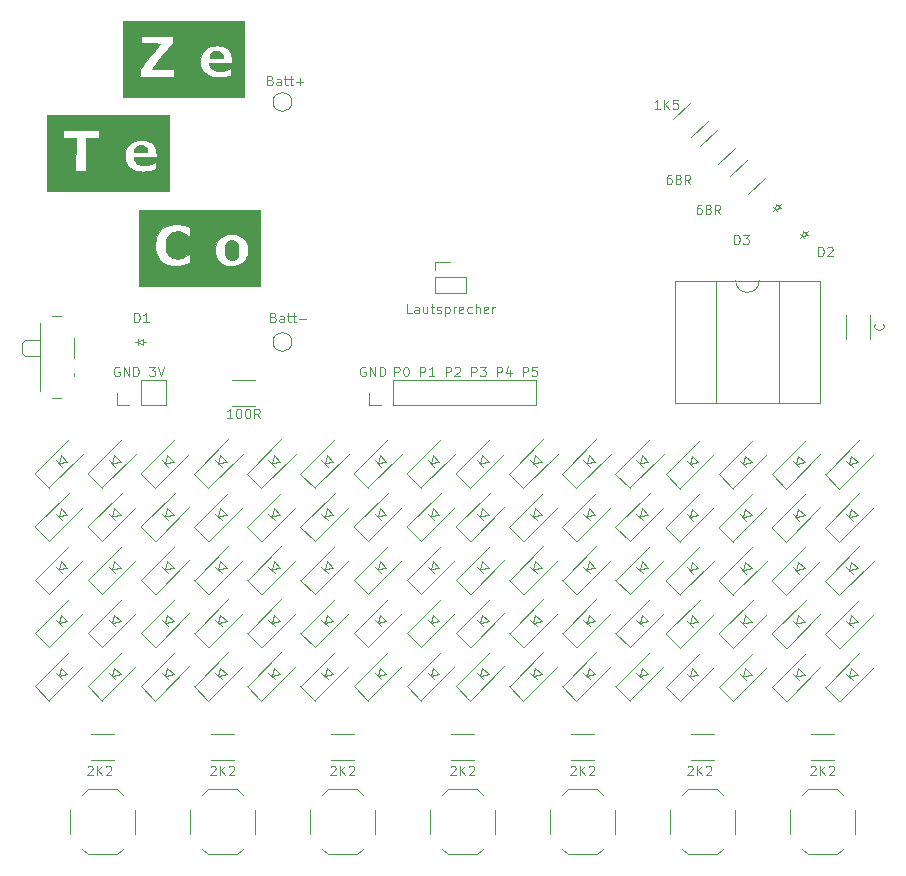
<source format=gbr>
G04 #@! TF.FileFunction,Legend,Top*
%FSLAX46Y46*%
G04 Gerber Fmt 4.6, Leading zero omitted, Abs format (unit mm)*
G04 Created by KiCad (PCBNEW 4.0.6) date 06/29/17 03:27:00*
%MOMM*%
%LPD*%
G01*
G04 APERTURE LIST*
%ADD10C,0.100000*%
%ADD11C,0.120000*%
%ADD12C,0.010000*%
G04 APERTURE END LIST*
D10*
X240290476Y-117240095D02*
X240328571Y-117202000D01*
X240404762Y-117163905D01*
X240595238Y-117163905D01*
X240671428Y-117202000D01*
X240709524Y-117240095D01*
X240747619Y-117316286D01*
X240747619Y-117392476D01*
X240709524Y-117506762D01*
X240252381Y-117963905D01*
X240747619Y-117963905D01*
X241090476Y-117963905D02*
X241090476Y-117163905D01*
X241547619Y-117963905D02*
X241204762Y-117506762D01*
X241547619Y-117163905D02*
X241090476Y-117621048D01*
X241852381Y-117240095D02*
X241890476Y-117202000D01*
X241966667Y-117163905D01*
X242157143Y-117163905D01*
X242233333Y-117202000D01*
X242271429Y-117240095D01*
X242309524Y-117316286D01*
X242309524Y-117392476D01*
X242271429Y-117506762D01*
X241814286Y-117963905D01*
X242309524Y-117963905D01*
X229876476Y-117240095D02*
X229914571Y-117202000D01*
X229990762Y-117163905D01*
X230181238Y-117163905D01*
X230257428Y-117202000D01*
X230295524Y-117240095D01*
X230333619Y-117316286D01*
X230333619Y-117392476D01*
X230295524Y-117506762D01*
X229838381Y-117963905D01*
X230333619Y-117963905D01*
X230676476Y-117963905D02*
X230676476Y-117163905D01*
X231133619Y-117963905D02*
X230790762Y-117506762D01*
X231133619Y-117163905D02*
X230676476Y-117621048D01*
X231438381Y-117240095D02*
X231476476Y-117202000D01*
X231552667Y-117163905D01*
X231743143Y-117163905D01*
X231819333Y-117202000D01*
X231857429Y-117240095D01*
X231895524Y-117316286D01*
X231895524Y-117392476D01*
X231857429Y-117506762D01*
X231400286Y-117963905D01*
X231895524Y-117963905D01*
X219970476Y-117240095D02*
X220008571Y-117202000D01*
X220084762Y-117163905D01*
X220275238Y-117163905D01*
X220351428Y-117202000D01*
X220389524Y-117240095D01*
X220427619Y-117316286D01*
X220427619Y-117392476D01*
X220389524Y-117506762D01*
X219932381Y-117963905D01*
X220427619Y-117963905D01*
X220770476Y-117963905D02*
X220770476Y-117163905D01*
X221227619Y-117963905D02*
X220884762Y-117506762D01*
X221227619Y-117163905D02*
X220770476Y-117621048D01*
X221532381Y-117240095D02*
X221570476Y-117202000D01*
X221646667Y-117163905D01*
X221837143Y-117163905D01*
X221913333Y-117202000D01*
X221951429Y-117240095D01*
X221989524Y-117316286D01*
X221989524Y-117392476D01*
X221951429Y-117506762D01*
X221494286Y-117963905D01*
X221989524Y-117963905D01*
X209810476Y-117240095D02*
X209848571Y-117202000D01*
X209924762Y-117163905D01*
X210115238Y-117163905D01*
X210191428Y-117202000D01*
X210229524Y-117240095D01*
X210267619Y-117316286D01*
X210267619Y-117392476D01*
X210229524Y-117506762D01*
X209772381Y-117963905D01*
X210267619Y-117963905D01*
X210610476Y-117963905D02*
X210610476Y-117163905D01*
X211067619Y-117963905D02*
X210724762Y-117506762D01*
X211067619Y-117163905D02*
X210610476Y-117621048D01*
X211372381Y-117240095D02*
X211410476Y-117202000D01*
X211486667Y-117163905D01*
X211677143Y-117163905D01*
X211753333Y-117202000D01*
X211791429Y-117240095D01*
X211829524Y-117316286D01*
X211829524Y-117392476D01*
X211791429Y-117506762D01*
X211334286Y-117963905D01*
X211829524Y-117963905D01*
X199650476Y-117240095D02*
X199688571Y-117202000D01*
X199764762Y-117163905D01*
X199955238Y-117163905D01*
X200031428Y-117202000D01*
X200069524Y-117240095D01*
X200107619Y-117316286D01*
X200107619Y-117392476D01*
X200069524Y-117506762D01*
X199612381Y-117963905D01*
X200107619Y-117963905D01*
X200450476Y-117963905D02*
X200450476Y-117163905D01*
X200907619Y-117963905D02*
X200564762Y-117506762D01*
X200907619Y-117163905D02*
X200450476Y-117621048D01*
X201212381Y-117240095D02*
X201250476Y-117202000D01*
X201326667Y-117163905D01*
X201517143Y-117163905D01*
X201593333Y-117202000D01*
X201631429Y-117240095D01*
X201669524Y-117316286D01*
X201669524Y-117392476D01*
X201631429Y-117506762D01*
X201174286Y-117963905D01*
X201669524Y-117963905D01*
X189490476Y-117240095D02*
X189528571Y-117202000D01*
X189604762Y-117163905D01*
X189795238Y-117163905D01*
X189871428Y-117202000D01*
X189909524Y-117240095D01*
X189947619Y-117316286D01*
X189947619Y-117392476D01*
X189909524Y-117506762D01*
X189452381Y-117963905D01*
X189947619Y-117963905D01*
X190290476Y-117963905D02*
X190290476Y-117163905D01*
X190747619Y-117963905D02*
X190404762Y-117506762D01*
X190747619Y-117163905D02*
X190290476Y-117621048D01*
X191052381Y-117240095D02*
X191090476Y-117202000D01*
X191166667Y-117163905D01*
X191357143Y-117163905D01*
X191433333Y-117202000D01*
X191471429Y-117240095D01*
X191509524Y-117316286D01*
X191509524Y-117392476D01*
X191471429Y-117506762D01*
X191014286Y-117963905D01*
X191509524Y-117963905D01*
X179076476Y-117240095D02*
X179114571Y-117202000D01*
X179190762Y-117163905D01*
X179381238Y-117163905D01*
X179457428Y-117202000D01*
X179495524Y-117240095D01*
X179533619Y-117316286D01*
X179533619Y-117392476D01*
X179495524Y-117506762D01*
X179038381Y-117963905D01*
X179533619Y-117963905D01*
X179876476Y-117963905D02*
X179876476Y-117163905D01*
X180333619Y-117963905D02*
X179990762Y-117506762D01*
X180333619Y-117163905D02*
X179876476Y-117621048D01*
X180638381Y-117240095D02*
X180676476Y-117202000D01*
X180752667Y-117163905D01*
X180943143Y-117163905D01*
X181019333Y-117202000D01*
X181057429Y-117240095D01*
X181095524Y-117316286D01*
X181095524Y-117392476D01*
X181057429Y-117506762D01*
X180600286Y-117963905D01*
X181095524Y-117963905D01*
X191344667Y-87737905D02*
X190887524Y-87737905D01*
X191116095Y-87737905D02*
X191116095Y-86937905D01*
X191039905Y-87052190D01*
X190963714Y-87128381D01*
X190887524Y-87166476D01*
X191839905Y-86937905D02*
X191916096Y-86937905D01*
X191992286Y-86976000D01*
X192030381Y-87014095D01*
X192068477Y-87090286D01*
X192106572Y-87242667D01*
X192106572Y-87433143D01*
X192068477Y-87585524D01*
X192030381Y-87661714D01*
X191992286Y-87699810D01*
X191916096Y-87737905D01*
X191839905Y-87737905D01*
X191763715Y-87699810D01*
X191725619Y-87661714D01*
X191687524Y-87585524D01*
X191649429Y-87433143D01*
X191649429Y-87242667D01*
X191687524Y-87090286D01*
X191725619Y-87014095D01*
X191763715Y-86976000D01*
X191839905Y-86937905D01*
X192601810Y-86937905D02*
X192678001Y-86937905D01*
X192754191Y-86976000D01*
X192792286Y-87014095D01*
X192830382Y-87090286D01*
X192868477Y-87242667D01*
X192868477Y-87433143D01*
X192830382Y-87585524D01*
X192792286Y-87661714D01*
X192754191Y-87699810D01*
X192678001Y-87737905D01*
X192601810Y-87737905D01*
X192525620Y-87699810D01*
X192487524Y-87661714D01*
X192449429Y-87585524D01*
X192411334Y-87433143D01*
X192411334Y-87242667D01*
X192449429Y-87090286D01*
X192487524Y-87014095D01*
X192525620Y-86976000D01*
X192601810Y-86937905D01*
X193668477Y-87737905D02*
X193401810Y-87356952D01*
X193211334Y-87737905D02*
X193211334Y-86937905D01*
X193516096Y-86937905D01*
X193592287Y-86976000D01*
X193630382Y-87014095D01*
X193668477Y-87090286D01*
X193668477Y-87204571D01*
X193630382Y-87280762D01*
X193592287Y-87318857D01*
X193516096Y-87356952D01*
X193211334Y-87356952D01*
X194830857Y-79190857D02*
X194945143Y-79228952D01*
X194983238Y-79267048D01*
X195021333Y-79343238D01*
X195021333Y-79457524D01*
X194983238Y-79533714D01*
X194945143Y-79571810D01*
X194868952Y-79609905D01*
X194564190Y-79609905D01*
X194564190Y-78809905D01*
X194830857Y-78809905D01*
X194907047Y-78848000D01*
X194945143Y-78886095D01*
X194983238Y-78962286D01*
X194983238Y-79038476D01*
X194945143Y-79114667D01*
X194907047Y-79152762D01*
X194830857Y-79190857D01*
X194564190Y-79190857D01*
X195707047Y-79609905D02*
X195707047Y-79190857D01*
X195668952Y-79114667D01*
X195592762Y-79076571D01*
X195440381Y-79076571D01*
X195364190Y-79114667D01*
X195707047Y-79571810D02*
X195630857Y-79609905D01*
X195440381Y-79609905D01*
X195364190Y-79571810D01*
X195326095Y-79495619D01*
X195326095Y-79419429D01*
X195364190Y-79343238D01*
X195440381Y-79305143D01*
X195630857Y-79305143D01*
X195707047Y-79267048D01*
X195973714Y-79076571D02*
X196278476Y-79076571D01*
X196088000Y-78809905D02*
X196088000Y-79495619D01*
X196126095Y-79571810D01*
X196202286Y-79609905D01*
X196278476Y-79609905D01*
X196430857Y-79076571D02*
X196735619Y-79076571D01*
X196545143Y-78809905D02*
X196545143Y-79495619D01*
X196583238Y-79571810D01*
X196659429Y-79609905D01*
X196735619Y-79609905D01*
X197002286Y-79305143D02*
X197611810Y-79305143D01*
X194576857Y-59124857D02*
X194691143Y-59162952D01*
X194729238Y-59201048D01*
X194767333Y-59277238D01*
X194767333Y-59391524D01*
X194729238Y-59467714D01*
X194691143Y-59505810D01*
X194614952Y-59543905D01*
X194310190Y-59543905D01*
X194310190Y-58743905D01*
X194576857Y-58743905D01*
X194653047Y-58782000D01*
X194691143Y-58820095D01*
X194729238Y-58896286D01*
X194729238Y-58972476D01*
X194691143Y-59048667D01*
X194653047Y-59086762D01*
X194576857Y-59124857D01*
X194310190Y-59124857D01*
X195453047Y-59543905D02*
X195453047Y-59124857D01*
X195414952Y-59048667D01*
X195338762Y-59010571D01*
X195186381Y-59010571D01*
X195110190Y-59048667D01*
X195453047Y-59505810D02*
X195376857Y-59543905D01*
X195186381Y-59543905D01*
X195110190Y-59505810D01*
X195072095Y-59429619D01*
X195072095Y-59353429D01*
X195110190Y-59277238D01*
X195186381Y-59239143D01*
X195376857Y-59239143D01*
X195453047Y-59201048D01*
X195719714Y-59010571D02*
X196024476Y-59010571D01*
X195834000Y-58743905D02*
X195834000Y-59429619D01*
X195872095Y-59505810D01*
X195948286Y-59543905D01*
X196024476Y-59543905D01*
X196176857Y-59010571D02*
X196481619Y-59010571D01*
X196291143Y-58743905D02*
X196291143Y-59429619D01*
X196329238Y-59505810D01*
X196405429Y-59543905D01*
X196481619Y-59543905D01*
X196748286Y-59239143D02*
X197357810Y-59239143D01*
X197053048Y-59543905D02*
X197053048Y-58934381D01*
X206527810Y-78847905D02*
X206146857Y-78847905D01*
X206146857Y-78047905D01*
X207137333Y-78847905D02*
X207137333Y-78428857D01*
X207099238Y-78352667D01*
X207023048Y-78314571D01*
X206870667Y-78314571D01*
X206794476Y-78352667D01*
X207137333Y-78809810D02*
X207061143Y-78847905D01*
X206870667Y-78847905D01*
X206794476Y-78809810D01*
X206756381Y-78733619D01*
X206756381Y-78657429D01*
X206794476Y-78581238D01*
X206870667Y-78543143D01*
X207061143Y-78543143D01*
X207137333Y-78505048D01*
X207861143Y-78314571D02*
X207861143Y-78847905D01*
X207518286Y-78314571D02*
X207518286Y-78733619D01*
X207556381Y-78809810D01*
X207632572Y-78847905D01*
X207746858Y-78847905D01*
X207823048Y-78809810D01*
X207861143Y-78771714D01*
X208127810Y-78314571D02*
X208432572Y-78314571D01*
X208242096Y-78047905D02*
X208242096Y-78733619D01*
X208280191Y-78809810D01*
X208356382Y-78847905D01*
X208432572Y-78847905D01*
X208661144Y-78809810D02*
X208737334Y-78847905D01*
X208889715Y-78847905D01*
X208965906Y-78809810D01*
X209004001Y-78733619D01*
X209004001Y-78695524D01*
X208965906Y-78619333D01*
X208889715Y-78581238D01*
X208775430Y-78581238D01*
X208699239Y-78543143D01*
X208661144Y-78466952D01*
X208661144Y-78428857D01*
X208699239Y-78352667D01*
X208775430Y-78314571D01*
X208889715Y-78314571D01*
X208965906Y-78352667D01*
X209346858Y-78314571D02*
X209346858Y-79114571D01*
X209346858Y-78352667D02*
X209423049Y-78314571D01*
X209575430Y-78314571D01*
X209651620Y-78352667D01*
X209689715Y-78390762D01*
X209727811Y-78466952D01*
X209727811Y-78695524D01*
X209689715Y-78771714D01*
X209651620Y-78809810D01*
X209575430Y-78847905D01*
X209423049Y-78847905D01*
X209346858Y-78809810D01*
X210070668Y-78847905D02*
X210070668Y-78314571D01*
X210070668Y-78466952D02*
X210108763Y-78390762D01*
X210146859Y-78352667D01*
X210223049Y-78314571D01*
X210299240Y-78314571D01*
X210870668Y-78809810D02*
X210794478Y-78847905D01*
X210642097Y-78847905D01*
X210565906Y-78809810D01*
X210527811Y-78733619D01*
X210527811Y-78428857D01*
X210565906Y-78352667D01*
X210642097Y-78314571D01*
X210794478Y-78314571D01*
X210870668Y-78352667D01*
X210908763Y-78428857D01*
X210908763Y-78505048D01*
X210527811Y-78581238D01*
X211594477Y-78809810D02*
X211518287Y-78847905D01*
X211365906Y-78847905D01*
X211289715Y-78809810D01*
X211251620Y-78771714D01*
X211213525Y-78695524D01*
X211213525Y-78466952D01*
X211251620Y-78390762D01*
X211289715Y-78352667D01*
X211365906Y-78314571D01*
X211518287Y-78314571D01*
X211594477Y-78352667D01*
X211937334Y-78847905D02*
X211937334Y-78047905D01*
X212280191Y-78847905D02*
X212280191Y-78428857D01*
X212242096Y-78352667D01*
X212165906Y-78314571D01*
X212051620Y-78314571D01*
X211975429Y-78352667D01*
X211937334Y-78390762D01*
X212965906Y-78809810D02*
X212889716Y-78847905D01*
X212737335Y-78847905D01*
X212661144Y-78809810D01*
X212623049Y-78733619D01*
X212623049Y-78428857D01*
X212661144Y-78352667D01*
X212737335Y-78314571D01*
X212889716Y-78314571D01*
X212965906Y-78352667D01*
X213004001Y-78428857D01*
X213004001Y-78505048D01*
X212623049Y-78581238D01*
X213346858Y-78847905D02*
X213346858Y-78314571D01*
X213346858Y-78466952D02*
X213384953Y-78390762D01*
X213423049Y-78352667D01*
X213499239Y-78314571D01*
X213575430Y-78314571D01*
X246411714Y-79762381D02*
X246449810Y-79800476D01*
X246487905Y-79914762D01*
X246487905Y-79990952D01*
X246449810Y-80105238D01*
X246373619Y-80181429D01*
X246297429Y-80219524D01*
X246145048Y-80257619D01*
X246030762Y-80257619D01*
X245878381Y-80219524D01*
X245802190Y-80181429D01*
X245726000Y-80105238D01*
X245687905Y-79990952D01*
X245687905Y-79914762D01*
X245726000Y-79800476D01*
X245764095Y-79762381D01*
X227539619Y-61575905D02*
X227082476Y-61575905D01*
X227311047Y-61575905D02*
X227311047Y-60775905D01*
X227234857Y-60890190D01*
X227158666Y-60966381D01*
X227082476Y-61004476D01*
X227882476Y-61575905D02*
X227882476Y-60775905D01*
X228339619Y-61575905D02*
X227996762Y-61118762D01*
X228339619Y-60775905D02*
X227882476Y-61233048D01*
X229063429Y-60775905D02*
X228682476Y-60775905D01*
X228644381Y-61156857D01*
X228682476Y-61118762D01*
X228758667Y-61080667D01*
X228949143Y-61080667D01*
X229025333Y-61118762D01*
X229063429Y-61156857D01*
X229101524Y-61233048D01*
X229101524Y-61423524D01*
X229063429Y-61499714D01*
X229025333Y-61537810D01*
X228949143Y-61575905D01*
X228758667Y-61575905D01*
X228682476Y-61537810D01*
X228644381Y-61499714D01*
X240963524Y-74021905D02*
X240963524Y-73221905D01*
X241154000Y-73221905D01*
X241268286Y-73260000D01*
X241344477Y-73336190D01*
X241382572Y-73412381D01*
X241420667Y-73564762D01*
X241420667Y-73679048D01*
X241382572Y-73831429D01*
X241344477Y-73907619D01*
X241268286Y-73983810D01*
X241154000Y-74021905D01*
X240963524Y-74021905D01*
X241725429Y-73298095D02*
X241763524Y-73260000D01*
X241839715Y-73221905D01*
X242030191Y-73221905D01*
X242106381Y-73260000D01*
X242144477Y-73298095D01*
X242182572Y-73374286D01*
X242182572Y-73450476D01*
X242144477Y-73564762D01*
X241687334Y-74021905D01*
X242182572Y-74021905D01*
X233851524Y-73005905D02*
X233851524Y-72205905D01*
X234042000Y-72205905D01*
X234156286Y-72244000D01*
X234232477Y-72320190D01*
X234270572Y-72396381D01*
X234308667Y-72548762D01*
X234308667Y-72663048D01*
X234270572Y-72815429D01*
X234232477Y-72891619D01*
X234156286Y-72967810D01*
X234042000Y-73005905D01*
X233851524Y-73005905D01*
X234575334Y-72205905D02*
X235070572Y-72205905D01*
X234803905Y-72510667D01*
X234918191Y-72510667D01*
X234994381Y-72548762D01*
X235032477Y-72586857D01*
X235070572Y-72663048D01*
X235070572Y-72853524D01*
X235032477Y-72929714D01*
X234994381Y-72967810D01*
X234918191Y-73005905D01*
X234689619Y-73005905D01*
X234613429Y-72967810D01*
X234575334Y-72929714D01*
X183051524Y-79609905D02*
X183051524Y-78809905D01*
X183242000Y-78809905D01*
X183356286Y-78848000D01*
X183432477Y-78924190D01*
X183470572Y-79000381D01*
X183508667Y-79152762D01*
X183508667Y-79267048D01*
X183470572Y-79419429D01*
X183432477Y-79495619D01*
X183356286Y-79571810D01*
X183242000Y-79609905D01*
X183051524Y-79609905D01*
X184270572Y-79609905D02*
X183813429Y-79609905D01*
X184042000Y-79609905D02*
X184042000Y-78809905D01*
X183965810Y-78924190D01*
X183889619Y-79000381D01*
X183813429Y-79038476D01*
X231019428Y-69665905D02*
X230867047Y-69665905D01*
X230790857Y-69704000D01*
X230752762Y-69742095D01*
X230676571Y-69856381D01*
X230638476Y-70008762D01*
X230638476Y-70313524D01*
X230676571Y-70389714D01*
X230714666Y-70427810D01*
X230790857Y-70465905D01*
X230943238Y-70465905D01*
X231019428Y-70427810D01*
X231057524Y-70389714D01*
X231095619Y-70313524D01*
X231095619Y-70123048D01*
X231057524Y-70046857D01*
X231019428Y-70008762D01*
X230943238Y-69970667D01*
X230790857Y-69970667D01*
X230714666Y-70008762D01*
X230676571Y-70046857D01*
X230638476Y-70123048D01*
X231552762Y-70008762D02*
X231476571Y-69970667D01*
X231438476Y-69932571D01*
X231400381Y-69856381D01*
X231400381Y-69818286D01*
X231438476Y-69742095D01*
X231476571Y-69704000D01*
X231552762Y-69665905D01*
X231705143Y-69665905D01*
X231781333Y-69704000D01*
X231819429Y-69742095D01*
X231857524Y-69818286D01*
X231857524Y-69856381D01*
X231819429Y-69932571D01*
X231781333Y-69970667D01*
X231705143Y-70008762D01*
X231552762Y-70008762D01*
X231476571Y-70046857D01*
X231438476Y-70084952D01*
X231400381Y-70161143D01*
X231400381Y-70313524D01*
X231438476Y-70389714D01*
X231476571Y-70427810D01*
X231552762Y-70465905D01*
X231705143Y-70465905D01*
X231781333Y-70427810D01*
X231819429Y-70389714D01*
X231857524Y-70313524D01*
X231857524Y-70161143D01*
X231819429Y-70084952D01*
X231781333Y-70046857D01*
X231705143Y-70008762D01*
X232657524Y-70465905D02*
X232390857Y-70084952D01*
X232200381Y-70465905D02*
X232200381Y-69665905D01*
X232505143Y-69665905D01*
X232581334Y-69704000D01*
X232619429Y-69742095D01*
X232657524Y-69818286D01*
X232657524Y-69932571D01*
X232619429Y-70008762D01*
X232581334Y-70046857D01*
X232505143Y-70084952D01*
X232200381Y-70084952D01*
X228479428Y-67125905D02*
X228327047Y-67125905D01*
X228250857Y-67164000D01*
X228212762Y-67202095D01*
X228136571Y-67316381D01*
X228098476Y-67468762D01*
X228098476Y-67773524D01*
X228136571Y-67849714D01*
X228174666Y-67887810D01*
X228250857Y-67925905D01*
X228403238Y-67925905D01*
X228479428Y-67887810D01*
X228517524Y-67849714D01*
X228555619Y-67773524D01*
X228555619Y-67583048D01*
X228517524Y-67506857D01*
X228479428Y-67468762D01*
X228403238Y-67430667D01*
X228250857Y-67430667D01*
X228174666Y-67468762D01*
X228136571Y-67506857D01*
X228098476Y-67583048D01*
X229012762Y-67468762D02*
X228936571Y-67430667D01*
X228898476Y-67392571D01*
X228860381Y-67316381D01*
X228860381Y-67278286D01*
X228898476Y-67202095D01*
X228936571Y-67164000D01*
X229012762Y-67125905D01*
X229165143Y-67125905D01*
X229241333Y-67164000D01*
X229279429Y-67202095D01*
X229317524Y-67278286D01*
X229317524Y-67316381D01*
X229279429Y-67392571D01*
X229241333Y-67430667D01*
X229165143Y-67468762D01*
X229012762Y-67468762D01*
X228936571Y-67506857D01*
X228898476Y-67544952D01*
X228860381Y-67621143D01*
X228860381Y-67773524D01*
X228898476Y-67849714D01*
X228936571Y-67887810D01*
X229012762Y-67925905D01*
X229165143Y-67925905D01*
X229241333Y-67887810D01*
X229279429Y-67849714D01*
X229317524Y-67773524D01*
X229317524Y-67621143D01*
X229279429Y-67544952D01*
X229241333Y-67506857D01*
X229165143Y-67468762D01*
X230117524Y-67925905D02*
X229850857Y-67544952D01*
X229660381Y-67925905D02*
X229660381Y-67125905D01*
X229965143Y-67125905D01*
X230041334Y-67164000D01*
X230079429Y-67202095D01*
X230117524Y-67278286D01*
X230117524Y-67392571D01*
X230079429Y-67468762D01*
X230041334Y-67506857D01*
X229965143Y-67544952D01*
X229660381Y-67544952D01*
X181749905Y-83420000D02*
X181673714Y-83381905D01*
X181559429Y-83381905D01*
X181445143Y-83420000D01*
X181368952Y-83496190D01*
X181330857Y-83572381D01*
X181292762Y-83724762D01*
X181292762Y-83839048D01*
X181330857Y-83991429D01*
X181368952Y-84067619D01*
X181445143Y-84143810D01*
X181559429Y-84181905D01*
X181635619Y-84181905D01*
X181749905Y-84143810D01*
X181788000Y-84105714D01*
X181788000Y-83839048D01*
X181635619Y-83839048D01*
X182130857Y-84181905D02*
X182130857Y-83381905D01*
X182588000Y-84181905D01*
X182588000Y-83381905D01*
X182968952Y-84181905D02*
X182968952Y-83381905D01*
X183159428Y-83381905D01*
X183273714Y-83420000D01*
X183349905Y-83496190D01*
X183388000Y-83572381D01*
X183426095Y-83724762D01*
X183426095Y-83839048D01*
X183388000Y-83991429D01*
X183349905Y-84067619D01*
X183273714Y-84143810D01*
X183159428Y-84181905D01*
X182968952Y-84181905D01*
X184302286Y-83381905D02*
X184797524Y-83381905D01*
X184530857Y-83686667D01*
X184645143Y-83686667D01*
X184721333Y-83724762D01*
X184759429Y-83762857D01*
X184797524Y-83839048D01*
X184797524Y-84029524D01*
X184759429Y-84105714D01*
X184721333Y-84143810D01*
X184645143Y-84181905D01*
X184416571Y-84181905D01*
X184340381Y-84143810D01*
X184302286Y-84105714D01*
X185026095Y-83381905D02*
X185292762Y-84181905D01*
X185559429Y-83381905D01*
X205054951Y-84181905D02*
X205054951Y-83381905D01*
X205359713Y-83381905D01*
X205435904Y-83420000D01*
X205473999Y-83458095D01*
X205512094Y-83534286D01*
X205512094Y-83648571D01*
X205473999Y-83724762D01*
X205435904Y-83762857D01*
X205359713Y-83800952D01*
X205054951Y-83800952D01*
X206007332Y-83381905D02*
X206083523Y-83381905D01*
X206159713Y-83420000D01*
X206197808Y-83458095D01*
X206235904Y-83534286D01*
X206273999Y-83686667D01*
X206273999Y-83877143D01*
X206235904Y-84029524D01*
X206197808Y-84105714D01*
X206159713Y-84143810D01*
X206083523Y-84181905D01*
X206007332Y-84181905D01*
X205931142Y-84143810D01*
X205893046Y-84105714D01*
X205854951Y-84029524D01*
X205816856Y-83877143D01*
X205816856Y-83686667D01*
X205854951Y-83534286D01*
X205893046Y-83458095D01*
X205931142Y-83420000D01*
X206007332Y-83381905D01*
X207226380Y-84181905D02*
X207226380Y-83381905D01*
X207531142Y-83381905D01*
X207607333Y-83420000D01*
X207645428Y-83458095D01*
X207683523Y-83534286D01*
X207683523Y-83648571D01*
X207645428Y-83724762D01*
X207607333Y-83762857D01*
X207531142Y-83800952D01*
X207226380Y-83800952D01*
X208445428Y-84181905D02*
X207988285Y-84181905D01*
X208216856Y-84181905D02*
X208216856Y-83381905D01*
X208140666Y-83496190D01*
X208064475Y-83572381D01*
X207988285Y-83610476D01*
X209397809Y-84181905D02*
X209397809Y-83381905D01*
X209702571Y-83381905D01*
X209778762Y-83420000D01*
X209816857Y-83458095D01*
X209854952Y-83534286D01*
X209854952Y-83648571D01*
X209816857Y-83724762D01*
X209778762Y-83762857D01*
X209702571Y-83800952D01*
X209397809Y-83800952D01*
X210159714Y-83458095D02*
X210197809Y-83420000D01*
X210274000Y-83381905D01*
X210464476Y-83381905D01*
X210540666Y-83420000D01*
X210578762Y-83458095D01*
X210616857Y-83534286D01*
X210616857Y-83610476D01*
X210578762Y-83724762D01*
X210121619Y-84181905D01*
X210616857Y-84181905D01*
X211569238Y-84181905D02*
X211569238Y-83381905D01*
X211874000Y-83381905D01*
X211950191Y-83420000D01*
X211988286Y-83458095D01*
X212026381Y-83534286D01*
X212026381Y-83648571D01*
X211988286Y-83724762D01*
X211950191Y-83762857D01*
X211874000Y-83800952D01*
X211569238Y-83800952D01*
X212293048Y-83381905D02*
X212788286Y-83381905D01*
X212521619Y-83686667D01*
X212635905Y-83686667D01*
X212712095Y-83724762D01*
X212750191Y-83762857D01*
X212788286Y-83839048D01*
X212788286Y-84029524D01*
X212750191Y-84105714D01*
X212712095Y-84143810D01*
X212635905Y-84181905D01*
X212407333Y-84181905D01*
X212331143Y-84143810D01*
X212293048Y-84105714D01*
X213740667Y-84181905D02*
X213740667Y-83381905D01*
X214045429Y-83381905D01*
X214121620Y-83420000D01*
X214159715Y-83458095D01*
X214197810Y-83534286D01*
X214197810Y-83648571D01*
X214159715Y-83724762D01*
X214121620Y-83762857D01*
X214045429Y-83800952D01*
X213740667Y-83800952D01*
X214883524Y-83648571D02*
X214883524Y-84181905D01*
X214693048Y-83343810D02*
X214502572Y-83915238D01*
X214997810Y-83915238D01*
X215912096Y-84181905D02*
X215912096Y-83381905D01*
X216216858Y-83381905D01*
X216293049Y-83420000D01*
X216331144Y-83458095D01*
X216369239Y-83534286D01*
X216369239Y-83648571D01*
X216331144Y-83724762D01*
X216293049Y-83762857D01*
X216216858Y-83800952D01*
X215912096Y-83800952D01*
X217093049Y-83381905D02*
X216712096Y-83381905D01*
X216674001Y-83762857D01*
X216712096Y-83724762D01*
X216788287Y-83686667D01*
X216978763Y-83686667D01*
X217054953Y-83724762D01*
X217093049Y-83762857D01*
X217131144Y-83839048D01*
X217131144Y-84029524D01*
X217093049Y-84105714D01*
X217054953Y-84143810D01*
X216978763Y-84181905D01*
X216788287Y-84181905D01*
X216712096Y-84143810D01*
X216674001Y-84105714D01*
X202590477Y-83420000D02*
X202514286Y-83381905D01*
X202400001Y-83381905D01*
X202285715Y-83420000D01*
X202209524Y-83496190D01*
X202171429Y-83572381D01*
X202133334Y-83724762D01*
X202133334Y-83839048D01*
X202171429Y-83991429D01*
X202209524Y-84067619D01*
X202285715Y-84143810D01*
X202400001Y-84181905D01*
X202476191Y-84181905D01*
X202590477Y-84143810D01*
X202628572Y-84105714D01*
X202628572Y-83839048D01*
X202476191Y-83839048D01*
X202971429Y-84181905D02*
X202971429Y-83381905D01*
X203428572Y-84181905D01*
X203428572Y-83381905D01*
X203809524Y-84181905D02*
X203809524Y-83381905D01*
X204000000Y-83381905D01*
X204114286Y-83420000D01*
X204190477Y-83496190D01*
X204228572Y-83572381D01*
X204266667Y-83724762D01*
X204266667Y-83839048D01*
X204228572Y-83991429D01*
X204190477Y-84067619D01*
X204114286Y-84143810D01*
X204000000Y-84181905D01*
X203809524Y-84181905D01*
D11*
X196383219Y-60960000D02*
G75*
G03X196383219Y-60960000I-803219J0D01*
G01*
X196383219Y-81280000D02*
G75*
G03X196383219Y-81280000I-803219J0D01*
G01*
X208474000Y-75819000D02*
X208474000Y-77149000D01*
X208474000Y-77149000D02*
X211134000Y-77149000D01*
X211134000Y-77149000D02*
X211134000Y-75819000D01*
X211134000Y-75819000D02*
X208474000Y-75819000D01*
X208474000Y-75184000D02*
X208474000Y-74489000D01*
X208474000Y-74489000D02*
X209804000Y-74489000D01*
X233873711Y-64819497D02*
X232459497Y-66233711D01*
X230946289Y-64720503D02*
X232360503Y-63306289D01*
X236413711Y-67359497D02*
X234999497Y-68773711D01*
X233486289Y-67260503D02*
X234900503Y-65846289D01*
X228660289Y-62434503D02*
X230074503Y-61020289D01*
X231587711Y-62533497D02*
X230173497Y-63947711D01*
X193278000Y-86668000D02*
X191278000Y-86668000D01*
X191278000Y-84528000D02*
X193278000Y-84528000D01*
X179340000Y-114500000D02*
X181340000Y-114500000D01*
X181340000Y-116640000D02*
X179340000Y-116640000D01*
X189500000Y-114500000D02*
X191500000Y-114500000D01*
X191500000Y-116640000D02*
X189500000Y-116640000D01*
X199660000Y-114500000D02*
X201660000Y-114500000D01*
X201660000Y-116640000D02*
X199660000Y-116640000D01*
X209820000Y-114500000D02*
X211820000Y-114500000D01*
X211820000Y-116640000D02*
X209820000Y-116640000D01*
X219980000Y-114500000D02*
X221980000Y-114500000D01*
X221980000Y-116640000D02*
X219980000Y-116640000D01*
X230140000Y-114500000D02*
X232140000Y-114500000D01*
X232140000Y-116640000D02*
X230140000Y-116640000D01*
X240300000Y-114500000D02*
X242300000Y-114500000D01*
X242300000Y-116640000D02*
X240300000Y-116640000D01*
X233950000Y-76080000D02*
X232295000Y-76080000D01*
X232295000Y-76080000D02*
X232295000Y-86480000D01*
X232295000Y-86480000D02*
X237605000Y-86480000D01*
X237605000Y-86480000D02*
X237605000Y-76080000D01*
X237605000Y-76080000D02*
X235950000Y-76080000D01*
X228835000Y-76080000D02*
X228835000Y-86480000D01*
X228835000Y-86480000D02*
X241065000Y-86480000D01*
X241065000Y-86480000D02*
X241065000Y-76080000D01*
X241065000Y-76080000D02*
X228835000Y-76080000D01*
X235950000Y-76080000D02*
G75*
G02X233950000Y-76080000I-1000000J0D01*
G01*
X245368000Y-81010000D02*
X245368000Y-79010000D01*
X243328000Y-79010000D02*
X243328000Y-81010000D01*
X177904000Y-83950000D02*
X177904000Y-84150000D01*
X173764000Y-81150000D02*
X173554000Y-81350000D01*
X173764000Y-82450000D02*
X173554000Y-82250000D01*
X175054000Y-81150000D02*
X173764000Y-81150000D01*
X173554000Y-81350000D02*
X173554000Y-82250000D01*
X173764000Y-82450000D02*
X175054000Y-82450000D01*
X175054000Y-79700000D02*
X175054000Y-85400000D01*
X177904000Y-80950000D02*
X177904000Y-82650000D01*
X176854000Y-79100000D02*
X176064000Y-79100000D01*
X176064000Y-86000000D02*
X176854000Y-86000000D01*
X183626000Y-86658000D02*
X185686000Y-86658000D01*
X185686000Y-86658000D02*
X185686000Y-84538000D01*
X185686000Y-84538000D02*
X183626000Y-84538000D01*
X183626000Y-84538000D02*
X183626000Y-86658000D01*
X182626000Y-86658000D02*
X181566000Y-86658000D01*
X181566000Y-86658000D02*
X181566000Y-85598000D01*
X204962000Y-86658000D02*
X217022000Y-86658000D01*
X217022000Y-86658000D02*
X217022000Y-84538000D01*
X217022000Y-84538000D02*
X204962000Y-84538000D01*
X204962000Y-84538000D02*
X204962000Y-86658000D01*
X203962000Y-86658000D02*
X202902000Y-86658000D01*
X202902000Y-86658000D02*
X202902000Y-85598000D01*
X178640000Y-124220000D02*
X179090000Y-124670000D01*
X182040000Y-124220000D02*
X181590000Y-124670000D01*
X182040000Y-119620000D02*
X181590000Y-119170000D01*
X178640000Y-119620000D02*
X179090000Y-119170000D01*
X183090000Y-120920000D02*
X183090000Y-122920000D01*
X179090000Y-124670000D02*
X181590000Y-124670000D01*
X177590000Y-120920000D02*
X177590000Y-122920000D01*
X179090000Y-119170000D02*
X181590000Y-119170000D01*
X188800000Y-124220000D02*
X189250000Y-124670000D01*
X192200000Y-124220000D02*
X191750000Y-124670000D01*
X192200000Y-119620000D02*
X191750000Y-119170000D01*
X188800000Y-119620000D02*
X189250000Y-119170000D01*
X193250000Y-120920000D02*
X193250000Y-122920000D01*
X189250000Y-124670000D02*
X191750000Y-124670000D01*
X187750000Y-120920000D02*
X187750000Y-122920000D01*
X189250000Y-119170000D02*
X191750000Y-119170000D01*
X198960000Y-124220000D02*
X199410000Y-124670000D01*
X202360000Y-124220000D02*
X201910000Y-124670000D01*
X202360000Y-119620000D02*
X201910000Y-119170000D01*
X198960000Y-119620000D02*
X199410000Y-119170000D01*
X203410000Y-120920000D02*
X203410000Y-122920000D01*
X199410000Y-124670000D02*
X201910000Y-124670000D01*
X197910000Y-120920000D02*
X197910000Y-122920000D01*
X199410000Y-119170000D02*
X201910000Y-119170000D01*
X209120000Y-124220000D02*
X209570000Y-124670000D01*
X212520000Y-124220000D02*
X212070000Y-124670000D01*
X212520000Y-119620000D02*
X212070000Y-119170000D01*
X209120000Y-119620000D02*
X209570000Y-119170000D01*
X213570000Y-120920000D02*
X213570000Y-122920000D01*
X209570000Y-124670000D02*
X212070000Y-124670000D01*
X208070000Y-120920000D02*
X208070000Y-122920000D01*
X209570000Y-119170000D02*
X212070000Y-119170000D01*
X219280000Y-124220000D02*
X219730000Y-124670000D01*
X222680000Y-124220000D02*
X222230000Y-124670000D01*
X222680000Y-119620000D02*
X222230000Y-119170000D01*
X219280000Y-119620000D02*
X219730000Y-119170000D01*
X223730000Y-120920000D02*
X223730000Y-122920000D01*
X219730000Y-124670000D02*
X222230000Y-124670000D01*
X218230000Y-120920000D02*
X218230000Y-122920000D01*
X219730000Y-119170000D02*
X222230000Y-119170000D01*
X229440000Y-124220000D02*
X229890000Y-124670000D01*
X232840000Y-124220000D02*
X232390000Y-124670000D01*
X232840000Y-119620000D02*
X232390000Y-119170000D01*
X229440000Y-119620000D02*
X229890000Y-119170000D01*
X233890000Y-120920000D02*
X233890000Y-122920000D01*
X229890000Y-124670000D02*
X232390000Y-124670000D01*
X228390000Y-120920000D02*
X228390000Y-122920000D01*
X229890000Y-119170000D02*
X232390000Y-119170000D01*
X239600000Y-124220000D02*
X240050000Y-124670000D01*
X243000000Y-124220000D02*
X242550000Y-124670000D01*
X243000000Y-119620000D02*
X242550000Y-119170000D01*
X239600000Y-119620000D02*
X240050000Y-119170000D01*
X244050000Y-120920000D02*
X244050000Y-122920000D01*
X240050000Y-124670000D02*
X242550000Y-124670000D01*
X238550000Y-120920000D02*
X238550000Y-122920000D01*
X240050000Y-119170000D02*
X242550000Y-119170000D01*
D10*
X237579803Y-69760197D02*
X237759408Y-69580592D01*
X237130790Y-70209210D02*
X237310395Y-70029605D01*
X237310395Y-70029605D02*
X237400197Y-69580592D01*
X237400197Y-69580592D02*
X237759408Y-69939803D01*
X237759408Y-69939803D02*
X237310395Y-70029605D01*
X237130790Y-69850000D02*
X237490000Y-70209210D01*
X239865803Y-72046197D02*
X240045408Y-71866592D01*
X239416790Y-72495210D02*
X239596395Y-72315605D01*
X239596395Y-72315605D02*
X239686197Y-71866592D01*
X239686197Y-71866592D02*
X240045408Y-72225803D01*
X240045408Y-72225803D02*
X239596395Y-72315605D01*
X239416790Y-72136000D02*
X239776000Y-72495210D01*
X183769000Y-81280000D02*
X184023000Y-81280000D01*
X183134000Y-81280000D02*
X183388000Y-81280000D01*
X183388000Y-81280000D02*
X183769000Y-81026000D01*
X183769000Y-81026000D02*
X183769000Y-81534000D01*
X183769000Y-81534000D02*
X183388000Y-81280000D01*
X183388000Y-81026000D02*
X183388000Y-81534000D01*
X181155691Y-91584309D02*
X181335296Y-90865888D01*
X181335296Y-90865888D02*
X181874112Y-91404704D01*
X181874112Y-91404704D02*
X181200592Y-91539408D01*
X180886283Y-91314901D02*
X181425099Y-91853717D01*
D11*
X179101192Y-92436726D02*
X180303274Y-93638808D01*
X180338629Y-93603452D02*
X183202412Y-90739670D01*
X179136548Y-92401371D02*
X182000330Y-89537588D01*
D10*
X190155691Y-91584309D02*
X190335296Y-90865888D01*
X190335296Y-90865888D02*
X190874112Y-91404704D01*
X190874112Y-91404704D02*
X190200592Y-91539408D01*
X189886283Y-91314901D02*
X190425099Y-91853717D01*
D11*
X188101192Y-92436726D02*
X189303274Y-93638808D01*
X189338629Y-93603452D02*
X192202412Y-90739670D01*
X188136548Y-92401371D02*
X191000330Y-89537588D01*
D10*
X208155691Y-91584309D02*
X208335296Y-90865888D01*
X208335296Y-90865888D02*
X208874112Y-91404704D01*
X208874112Y-91404704D02*
X208200592Y-91539408D01*
X207886283Y-91314901D02*
X208425099Y-91853717D01*
D11*
X206101192Y-92436726D02*
X207303274Y-93638808D01*
X207338629Y-93603452D02*
X210202412Y-90739670D01*
X206136548Y-92401371D02*
X209000330Y-89537588D01*
D10*
X225825691Y-91584309D02*
X226005296Y-90865888D01*
X226005296Y-90865888D02*
X226544112Y-91404704D01*
X226544112Y-91404704D02*
X225870592Y-91539408D01*
X225556283Y-91314901D02*
X226095099Y-91853717D01*
D11*
X223771192Y-92436726D02*
X224973274Y-93638808D01*
X225008629Y-93603452D02*
X227872412Y-90739670D01*
X223806548Y-92401371D02*
X226670330Y-89537588D01*
D10*
X243580691Y-91639309D02*
X243760296Y-90920888D01*
X243760296Y-90920888D02*
X244299112Y-91459704D01*
X244299112Y-91459704D02*
X243625592Y-91594408D01*
X243311283Y-91369901D02*
X243850099Y-91908717D01*
D11*
X241526192Y-92491726D02*
X242728274Y-93693808D01*
X242763629Y-93658452D02*
X245627412Y-90794670D01*
X241561548Y-92456371D02*
X244425330Y-89592588D01*
D10*
X185655691Y-91584309D02*
X185835296Y-90865888D01*
X185835296Y-90865888D02*
X186374112Y-91404704D01*
X186374112Y-91404704D02*
X185700592Y-91539408D01*
X185386283Y-91314901D02*
X185925099Y-91853717D01*
D11*
X183601192Y-92436726D02*
X184803274Y-93638808D01*
X184838629Y-93603452D02*
X187702412Y-90739670D01*
X183636548Y-92401371D02*
X186500330Y-89537588D01*
D10*
X203655691Y-91584309D02*
X203835296Y-90865888D01*
X203835296Y-90865888D02*
X204374112Y-91404704D01*
X204374112Y-91404704D02*
X203700592Y-91539408D01*
X203386283Y-91314901D02*
X203925099Y-91853717D01*
D11*
X201601192Y-92436726D02*
X202803274Y-93638808D01*
X202838629Y-93603452D02*
X205702412Y-90739670D01*
X201636548Y-92401371D02*
X204500330Y-89537588D01*
D10*
X221325691Y-91584309D02*
X221505296Y-90865888D01*
X221505296Y-90865888D02*
X222044112Y-91404704D01*
X222044112Y-91404704D02*
X221370592Y-91539408D01*
X221056283Y-91314901D02*
X221595099Y-91853717D01*
D11*
X219271192Y-92436726D02*
X220473274Y-93638808D01*
X220508629Y-93603452D02*
X223372412Y-90739670D01*
X219306548Y-92401371D02*
X222170330Y-89537588D01*
D10*
X239080691Y-91639309D02*
X239260296Y-90920888D01*
X239260296Y-90920888D02*
X239799112Y-91459704D01*
X239799112Y-91459704D02*
X239125592Y-91594408D01*
X238811283Y-91369901D02*
X239350099Y-91908717D01*
D11*
X237026192Y-92491726D02*
X238228274Y-93693808D01*
X238263629Y-93658452D02*
X241127412Y-90794670D01*
X237061548Y-92456371D02*
X239925330Y-89592588D01*
D10*
X199155691Y-91584309D02*
X199335296Y-90865888D01*
X199335296Y-90865888D02*
X199874112Y-91404704D01*
X199874112Y-91404704D02*
X199200592Y-91539408D01*
X198886283Y-91314901D02*
X199425099Y-91853717D01*
D11*
X197101192Y-92436726D02*
X198303274Y-93638808D01*
X198338629Y-93603452D02*
X201202412Y-90739670D01*
X197136548Y-92401371D02*
X200000330Y-89537588D01*
D10*
X216825691Y-91584309D02*
X217005296Y-90865888D01*
X217005296Y-90865888D02*
X217544112Y-91404704D01*
X217544112Y-91404704D02*
X216870592Y-91539408D01*
X216556283Y-91314901D02*
X217095099Y-91853717D01*
D11*
X214771192Y-92436726D02*
X215973274Y-93638808D01*
X216008629Y-93603452D02*
X218872412Y-90739670D01*
X214806548Y-92401371D02*
X217670330Y-89537588D01*
D10*
X234580691Y-91639309D02*
X234760296Y-90920888D01*
X234760296Y-90920888D02*
X235299112Y-91459704D01*
X235299112Y-91459704D02*
X234625592Y-91594408D01*
X234311283Y-91369901D02*
X234850099Y-91908717D01*
D11*
X232526192Y-92491726D02*
X233728274Y-93693808D01*
X233763629Y-93658452D02*
X236627412Y-90794670D01*
X232561548Y-92456371D02*
X235425330Y-89592588D01*
D10*
X176655691Y-91584309D02*
X176835296Y-90865888D01*
X176835296Y-90865888D02*
X177374112Y-91404704D01*
X177374112Y-91404704D02*
X176700592Y-91539408D01*
X176386283Y-91314901D02*
X176925099Y-91853717D01*
D11*
X174601192Y-92436726D02*
X175803274Y-93638808D01*
X175838629Y-93603452D02*
X178702412Y-90739670D01*
X174636548Y-92401371D02*
X177500330Y-89537588D01*
D10*
X194655691Y-91584309D02*
X194835296Y-90865888D01*
X194835296Y-90865888D02*
X195374112Y-91404704D01*
X195374112Y-91404704D02*
X194700592Y-91539408D01*
X194386283Y-91314901D02*
X194925099Y-91853717D01*
D11*
X192601192Y-92436726D02*
X193803274Y-93638808D01*
X193838629Y-93603452D02*
X196702412Y-90739670D01*
X192636548Y-92401371D02*
X195500330Y-89537588D01*
D10*
X212325691Y-91584309D02*
X212505296Y-90865888D01*
X212505296Y-90865888D02*
X213044112Y-91404704D01*
X213044112Y-91404704D02*
X212370592Y-91539408D01*
X212056283Y-91314901D02*
X212595099Y-91853717D01*
D11*
X210271192Y-92436726D02*
X211473274Y-93638808D01*
X211508629Y-93603452D02*
X214372412Y-90739670D01*
X210306548Y-92401371D02*
X213170330Y-89537588D01*
D10*
X230080691Y-91639309D02*
X230260296Y-90920888D01*
X230260296Y-90920888D02*
X230799112Y-91459704D01*
X230799112Y-91459704D02*
X230125592Y-91594408D01*
X229811283Y-91369901D02*
X230350099Y-91908717D01*
D11*
X228026192Y-92491726D02*
X229228274Y-93693808D01*
X229263629Y-93658452D02*
X232127412Y-90794670D01*
X228061548Y-92456371D02*
X230925330Y-89592588D01*
D10*
X176655691Y-96084309D02*
X176835296Y-95365888D01*
X176835296Y-95365888D02*
X177374112Y-95904704D01*
X177374112Y-95904704D02*
X176700592Y-96039408D01*
X176386283Y-95814901D02*
X176925099Y-96353717D01*
D11*
X174601192Y-96936726D02*
X175803274Y-98138808D01*
X175838629Y-98103452D02*
X178702412Y-95239670D01*
X174636548Y-96901371D02*
X177500330Y-94037588D01*
D10*
X194655691Y-96084309D02*
X194835296Y-95365888D01*
X194835296Y-95365888D02*
X195374112Y-95904704D01*
X195374112Y-95904704D02*
X194700592Y-96039408D01*
X194386283Y-95814901D02*
X194925099Y-96353717D01*
D11*
X192601192Y-96936726D02*
X193803274Y-98138808D01*
X193838629Y-98103452D02*
X196702412Y-95239670D01*
X192636548Y-96901371D02*
X195500330Y-94037588D01*
D10*
X212325691Y-96084309D02*
X212505296Y-95365888D01*
X212505296Y-95365888D02*
X213044112Y-95904704D01*
X213044112Y-95904704D02*
X212370592Y-96039408D01*
X212056283Y-95814901D02*
X212595099Y-96353717D01*
D11*
X210271192Y-96936726D02*
X211473274Y-98138808D01*
X211508629Y-98103452D02*
X214372412Y-95239670D01*
X210306548Y-96901371D02*
X213170330Y-94037588D01*
D10*
X230080691Y-96139309D02*
X230260296Y-95420888D01*
X230260296Y-95420888D02*
X230799112Y-95959704D01*
X230799112Y-95959704D02*
X230125592Y-96094408D01*
X229811283Y-95869901D02*
X230350099Y-96408717D01*
D11*
X228026192Y-96991726D02*
X229228274Y-98193808D01*
X229263629Y-98158452D02*
X232127412Y-95294670D01*
X228061548Y-96956371D02*
X230925330Y-94092588D01*
D10*
X181155691Y-96084309D02*
X181335296Y-95365888D01*
X181335296Y-95365888D02*
X181874112Y-95904704D01*
X181874112Y-95904704D02*
X181200592Y-96039408D01*
X180886283Y-95814901D02*
X181425099Y-96353717D01*
D11*
X179101192Y-96936726D02*
X180303274Y-98138808D01*
X180338629Y-98103452D02*
X183202412Y-95239670D01*
X179136548Y-96901371D02*
X182000330Y-94037588D01*
D10*
X199155691Y-96084309D02*
X199335296Y-95365888D01*
X199335296Y-95365888D02*
X199874112Y-95904704D01*
X199874112Y-95904704D02*
X199200592Y-96039408D01*
X198886283Y-95814901D02*
X199425099Y-96353717D01*
D11*
X197101192Y-96936726D02*
X198303274Y-98138808D01*
X198338629Y-98103452D02*
X201202412Y-95239670D01*
X197136548Y-96901371D02*
X200000330Y-94037588D01*
D10*
X216825691Y-96084309D02*
X217005296Y-95365888D01*
X217005296Y-95365888D02*
X217544112Y-95904704D01*
X217544112Y-95904704D02*
X216870592Y-96039408D01*
X216556283Y-95814901D02*
X217095099Y-96353717D01*
D11*
X214771192Y-96936726D02*
X215973274Y-98138808D01*
X216008629Y-98103452D02*
X218872412Y-95239670D01*
X214806548Y-96901371D02*
X217670330Y-94037588D01*
D10*
X234580691Y-96139309D02*
X234760296Y-95420888D01*
X234760296Y-95420888D02*
X235299112Y-95959704D01*
X235299112Y-95959704D02*
X234625592Y-96094408D01*
X234311283Y-95869901D02*
X234850099Y-96408717D01*
D11*
X232526192Y-96991726D02*
X233728274Y-98193808D01*
X233763629Y-98158452D02*
X236627412Y-95294670D01*
X232561548Y-96956371D02*
X235425330Y-94092588D01*
D10*
X185655691Y-96084309D02*
X185835296Y-95365888D01*
X185835296Y-95365888D02*
X186374112Y-95904704D01*
X186374112Y-95904704D02*
X185700592Y-96039408D01*
X185386283Y-95814901D02*
X185925099Y-96353717D01*
D11*
X183601192Y-96936726D02*
X184803274Y-98138808D01*
X184838629Y-98103452D02*
X187702412Y-95239670D01*
X183636548Y-96901371D02*
X186500330Y-94037588D01*
D10*
X203655691Y-96084309D02*
X203835296Y-95365888D01*
X203835296Y-95365888D02*
X204374112Y-95904704D01*
X204374112Y-95904704D02*
X203700592Y-96039408D01*
X203386283Y-95814901D02*
X203925099Y-96353717D01*
D11*
X201601192Y-96936726D02*
X202803274Y-98138808D01*
X202838629Y-98103452D02*
X205702412Y-95239670D01*
X201636548Y-96901371D02*
X204500330Y-94037588D01*
D10*
X221325691Y-96084309D02*
X221505296Y-95365888D01*
X221505296Y-95365888D02*
X222044112Y-95904704D01*
X222044112Y-95904704D02*
X221370592Y-96039408D01*
X221056283Y-95814901D02*
X221595099Y-96353717D01*
D11*
X219271192Y-96936726D02*
X220473274Y-98138808D01*
X220508629Y-98103452D02*
X223372412Y-95239670D01*
X219306548Y-96901371D02*
X222170330Y-94037588D01*
D10*
X239080691Y-96139309D02*
X239260296Y-95420888D01*
X239260296Y-95420888D02*
X239799112Y-95959704D01*
X239799112Y-95959704D02*
X239125592Y-96094408D01*
X238811283Y-95869901D02*
X239350099Y-96408717D01*
D11*
X237026192Y-96991726D02*
X238228274Y-98193808D01*
X238263629Y-98158452D02*
X241127412Y-95294670D01*
X237061548Y-96956371D02*
X239925330Y-94092588D01*
D10*
X190155691Y-96084309D02*
X190335296Y-95365888D01*
X190335296Y-95365888D02*
X190874112Y-95904704D01*
X190874112Y-95904704D02*
X190200592Y-96039408D01*
X189886283Y-95814901D02*
X190425099Y-96353717D01*
D11*
X188101192Y-96936726D02*
X189303274Y-98138808D01*
X189338629Y-98103452D02*
X192202412Y-95239670D01*
X188136548Y-96901371D02*
X191000330Y-94037588D01*
D10*
X208155691Y-96084309D02*
X208335296Y-95365888D01*
X208335296Y-95365888D02*
X208874112Y-95904704D01*
X208874112Y-95904704D02*
X208200592Y-96039408D01*
X207886283Y-95814901D02*
X208425099Y-96353717D01*
D11*
X206101192Y-96936726D02*
X207303274Y-98138808D01*
X207338629Y-98103452D02*
X210202412Y-95239670D01*
X206136548Y-96901371D02*
X209000330Y-94037588D01*
D10*
X225825691Y-96084309D02*
X226005296Y-95365888D01*
X226005296Y-95365888D02*
X226544112Y-95904704D01*
X226544112Y-95904704D02*
X225870592Y-96039408D01*
X225556283Y-95814901D02*
X226095099Y-96353717D01*
D11*
X223771192Y-96936726D02*
X224973274Y-98138808D01*
X225008629Y-98103452D02*
X227872412Y-95239670D01*
X223806548Y-96901371D02*
X226670330Y-94037588D01*
D10*
X243580691Y-96139309D02*
X243760296Y-95420888D01*
X243760296Y-95420888D02*
X244299112Y-95959704D01*
X244299112Y-95959704D02*
X243625592Y-96094408D01*
X243311283Y-95869901D02*
X243850099Y-96408717D01*
D11*
X241526192Y-96991726D02*
X242728274Y-98193808D01*
X242763629Y-98158452D02*
X245627412Y-95294670D01*
X241561548Y-96956371D02*
X244425330Y-94092588D01*
D10*
X176655691Y-100584309D02*
X176835296Y-99865888D01*
X176835296Y-99865888D02*
X177374112Y-100404704D01*
X177374112Y-100404704D02*
X176700592Y-100539408D01*
X176386283Y-100314901D02*
X176925099Y-100853717D01*
D11*
X174601192Y-101436726D02*
X175803274Y-102638808D01*
X175838629Y-102603452D02*
X178702412Y-99739670D01*
X174636548Y-101401371D02*
X177500330Y-98537588D01*
D10*
X208155691Y-100584309D02*
X208335296Y-99865888D01*
X208335296Y-99865888D02*
X208874112Y-100404704D01*
X208874112Y-100404704D02*
X208200592Y-100539408D01*
X207886283Y-100314901D02*
X208425099Y-100853717D01*
D11*
X206101192Y-101436726D02*
X207303274Y-102638808D01*
X207338629Y-102603452D02*
X210202412Y-99739670D01*
X206136548Y-101401371D02*
X209000330Y-98537588D01*
D10*
X225825691Y-100584309D02*
X226005296Y-99865888D01*
X226005296Y-99865888D02*
X226544112Y-100404704D01*
X226544112Y-100404704D02*
X225870592Y-100539408D01*
X225556283Y-100314901D02*
X226095099Y-100853717D01*
D11*
X223771192Y-101436726D02*
X224973274Y-102638808D01*
X225008629Y-102603452D02*
X227872412Y-99739670D01*
X223806548Y-101401371D02*
X226670330Y-98537588D01*
D10*
X243580691Y-100639309D02*
X243760296Y-99920888D01*
X243760296Y-99920888D02*
X244299112Y-100459704D01*
X244299112Y-100459704D02*
X243625592Y-100594408D01*
X243311283Y-100369901D02*
X243850099Y-100908717D01*
D11*
X241526192Y-101491726D02*
X242728274Y-102693808D01*
X242763629Y-102658452D02*
X245627412Y-99794670D01*
X241561548Y-101456371D02*
X244425330Y-98592588D01*
D10*
X181155691Y-100584309D02*
X181335296Y-99865888D01*
X181335296Y-99865888D02*
X181874112Y-100404704D01*
X181874112Y-100404704D02*
X181200592Y-100539408D01*
X180886283Y-100314901D02*
X181425099Y-100853717D01*
D11*
X179101192Y-101436726D02*
X180303274Y-102638808D01*
X180338629Y-102603452D02*
X183202412Y-99739670D01*
X179136548Y-101401371D02*
X182000330Y-98537588D01*
D10*
X203655691Y-100584309D02*
X203835296Y-99865888D01*
X203835296Y-99865888D02*
X204374112Y-100404704D01*
X204374112Y-100404704D02*
X203700592Y-100539408D01*
X203386283Y-100314901D02*
X203925099Y-100853717D01*
D11*
X201601192Y-101436726D02*
X202803274Y-102638808D01*
X202838629Y-102603452D02*
X205702412Y-99739670D01*
X201636548Y-101401371D02*
X204500330Y-98537588D01*
D10*
X221325691Y-100584309D02*
X221505296Y-99865888D01*
X221505296Y-99865888D02*
X222044112Y-100404704D01*
X222044112Y-100404704D02*
X221370592Y-100539408D01*
X221056283Y-100314901D02*
X221595099Y-100853717D01*
D11*
X219271192Y-101436726D02*
X220473274Y-102638808D01*
X220508629Y-102603452D02*
X223372412Y-99739670D01*
X219306548Y-101401371D02*
X222170330Y-98537588D01*
D10*
X239080691Y-100639309D02*
X239260296Y-99920888D01*
X239260296Y-99920888D02*
X239799112Y-100459704D01*
X239799112Y-100459704D02*
X239125592Y-100594408D01*
X238811283Y-100369901D02*
X239350099Y-100908717D01*
D11*
X237026192Y-101491726D02*
X238228274Y-102693808D01*
X238263629Y-102658452D02*
X241127412Y-99794670D01*
X237061548Y-101456371D02*
X239925330Y-98592588D01*
D10*
X185655691Y-100584309D02*
X185835296Y-99865888D01*
X185835296Y-99865888D02*
X186374112Y-100404704D01*
X186374112Y-100404704D02*
X185700592Y-100539408D01*
X185386283Y-100314901D02*
X185925099Y-100853717D01*
D11*
X183601192Y-101436726D02*
X184803274Y-102638808D01*
X184838629Y-102603452D02*
X187702412Y-99739670D01*
X183636548Y-101401371D02*
X186500330Y-98537588D01*
D10*
X199155691Y-100584309D02*
X199335296Y-99865888D01*
X199335296Y-99865888D02*
X199874112Y-100404704D01*
X199874112Y-100404704D02*
X199200592Y-100539408D01*
X198886283Y-100314901D02*
X199425099Y-100853717D01*
D11*
X197101192Y-101436726D02*
X198303274Y-102638808D01*
X198338629Y-102603452D02*
X201202412Y-99739670D01*
X197136548Y-101401371D02*
X200000330Y-98537588D01*
D10*
X216825691Y-100584309D02*
X217005296Y-99865888D01*
X217005296Y-99865888D02*
X217544112Y-100404704D01*
X217544112Y-100404704D02*
X216870592Y-100539408D01*
X216556283Y-100314901D02*
X217095099Y-100853717D01*
D11*
X214771192Y-101436726D02*
X215973274Y-102638808D01*
X216008629Y-102603452D02*
X218872412Y-99739670D01*
X214806548Y-101401371D02*
X217670330Y-98537588D01*
D10*
X234580691Y-100639309D02*
X234760296Y-99920888D01*
X234760296Y-99920888D02*
X235299112Y-100459704D01*
X235299112Y-100459704D02*
X234625592Y-100594408D01*
X234311283Y-100369901D02*
X234850099Y-100908717D01*
D11*
X232526192Y-101491726D02*
X233728274Y-102693808D01*
X233763629Y-102658452D02*
X236627412Y-99794670D01*
X232561548Y-101456371D02*
X235425330Y-98592588D01*
D10*
X190155691Y-100584309D02*
X190335296Y-99865888D01*
X190335296Y-99865888D02*
X190874112Y-100404704D01*
X190874112Y-100404704D02*
X190200592Y-100539408D01*
X189886283Y-100314901D02*
X190425099Y-100853717D01*
D11*
X188101192Y-101436726D02*
X189303274Y-102638808D01*
X189338629Y-102603452D02*
X192202412Y-99739670D01*
X188136548Y-101401371D02*
X191000330Y-98537588D01*
D10*
X194655691Y-100584309D02*
X194835296Y-99865888D01*
X194835296Y-99865888D02*
X195374112Y-100404704D01*
X195374112Y-100404704D02*
X194700592Y-100539408D01*
X194386283Y-100314901D02*
X194925099Y-100853717D01*
D11*
X192601192Y-101436726D02*
X193803274Y-102638808D01*
X193838629Y-102603452D02*
X196702412Y-99739670D01*
X192636548Y-101401371D02*
X195500330Y-98537588D01*
D10*
X212325691Y-100584309D02*
X212505296Y-99865888D01*
X212505296Y-99865888D02*
X213044112Y-100404704D01*
X213044112Y-100404704D02*
X212370592Y-100539408D01*
X212056283Y-100314901D02*
X212595099Y-100853717D01*
D11*
X210271192Y-101436726D02*
X211473274Y-102638808D01*
X211508629Y-102603452D02*
X214372412Y-99739670D01*
X210306548Y-101401371D02*
X213170330Y-98537588D01*
D10*
X230080691Y-100639309D02*
X230260296Y-99920888D01*
X230260296Y-99920888D02*
X230799112Y-100459704D01*
X230799112Y-100459704D02*
X230125592Y-100594408D01*
X229811283Y-100369901D02*
X230350099Y-100908717D01*
D11*
X228026192Y-101491726D02*
X229228274Y-102693808D01*
X229263629Y-102658452D02*
X232127412Y-99794670D01*
X228061548Y-101456371D02*
X230925330Y-98592588D01*
D10*
X190155691Y-105084309D02*
X190335296Y-104365888D01*
X190335296Y-104365888D02*
X190874112Y-104904704D01*
X190874112Y-104904704D02*
X190200592Y-105039408D01*
X189886283Y-104814901D02*
X190425099Y-105353717D01*
D11*
X188101192Y-105936726D02*
X189303274Y-107138808D01*
X189338629Y-107103452D02*
X192202412Y-104239670D01*
X188136548Y-105901371D02*
X191000330Y-103037588D01*
D10*
X194655691Y-105084309D02*
X194835296Y-104365888D01*
X194835296Y-104365888D02*
X195374112Y-104904704D01*
X195374112Y-104904704D02*
X194700592Y-105039408D01*
X194386283Y-104814901D02*
X194925099Y-105353717D01*
D11*
X192601192Y-105936726D02*
X193803274Y-107138808D01*
X193838629Y-107103452D02*
X196702412Y-104239670D01*
X192636548Y-105901371D02*
X195500330Y-103037588D01*
D10*
X212325691Y-105084309D02*
X212505296Y-104365888D01*
X212505296Y-104365888D02*
X213044112Y-104904704D01*
X213044112Y-104904704D02*
X212370592Y-105039408D01*
X212056283Y-104814901D02*
X212595099Y-105353717D01*
D11*
X210271192Y-105936726D02*
X211473274Y-107138808D01*
X211508629Y-107103452D02*
X214372412Y-104239670D01*
X210306548Y-105901371D02*
X213170330Y-103037588D01*
D10*
X230080691Y-105139309D02*
X230260296Y-104420888D01*
X230260296Y-104420888D02*
X230799112Y-104959704D01*
X230799112Y-104959704D02*
X230125592Y-105094408D01*
X229811283Y-104869901D02*
X230350099Y-105408717D01*
D11*
X228026192Y-105991726D02*
X229228274Y-107193808D01*
X229263629Y-107158452D02*
X232127412Y-104294670D01*
X228061548Y-105956371D02*
X230925330Y-103092588D01*
D10*
X185655691Y-105084309D02*
X185835296Y-104365888D01*
X185835296Y-104365888D02*
X186374112Y-104904704D01*
X186374112Y-104904704D02*
X185700592Y-105039408D01*
X185386283Y-104814901D02*
X185925099Y-105353717D01*
D11*
X183601192Y-105936726D02*
X184803274Y-107138808D01*
X184838629Y-107103452D02*
X187702412Y-104239670D01*
X183636548Y-105901371D02*
X186500330Y-103037588D01*
D10*
X199155691Y-105084309D02*
X199335296Y-104365888D01*
X199335296Y-104365888D02*
X199874112Y-104904704D01*
X199874112Y-104904704D02*
X199200592Y-105039408D01*
X198886283Y-104814901D02*
X199425099Y-105353717D01*
D11*
X197101192Y-105936726D02*
X198303274Y-107138808D01*
X198338629Y-107103452D02*
X201202412Y-104239670D01*
X197136548Y-105901371D02*
X200000330Y-103037588D01*
D10*
X216825691Y-105084309D02*
X217005296Y-104365888D01*
X217005296Y-104365888D02*
X217544112Y-104904704D01*
X217544112Y-104904704D02*
X216870592Y-105039408D01*
X216556283Y-104814901D02*
X217095099Y-105353717D01*
D11*
X214771192Y-105936726D02*
X215973274Y-107138808D01*
X216008629Y-107103452D02*
X218872412Y-104239670D01*
X214806548Y-105901371D02*
X217670330Y-103037588D01*
D10*
X234580691Y-105139309D02*
X234760296Y-104420888D01*
X234760296Y-104420888D02*
X235299112Y-104959704D01*
X235299112Y-104959704D02*
X234625592Y-105094408D01*
X234311283Y-104869901D02*
X234850099Y-105408717D01*
D11*
X232526192Y-105991726D02*
X233728274Y-107193808D01*
X233763629Y-107158452D02*
X236627412Y-104294670D01*
X232561548Y-105956371D02*
X235425330Y-103092588D01*
D10*
X181155691Y-105084309D02*
X181335296Y-104365888D01*
X181335296Y-104365888D02*
X181874112Y-104904704D01*
X181874112Y-104904704D02*
X181200592Y-105039408D01*
X180886283Y-104814901D02*
X181425099Y-105353717D01*
D11*
X179101192Y-105936726D02*
X180303274Y-107138808D01*
X180338629Y-107103452D02*
X183202412Y-104239670D01*
X179136548Y-105901371D02*
X182000330Y-103037588D01*
D10*
X203655691Y-105084309D02*
X203835296Y-104365888D01*
X203835296Y-104365888D02*
X204374112Y-104904704D01*
X204374112Y-104904704D02*
X203700592Y-105039408D01*
X203386283Y-104814901D02*
X203925099Y-105353717D01*
D11*
X201601192Y-105936726D02*
X202803274Y-107138808D01*
X202838629Y-107103452D02*
X205702412Y-104239670D01*
X201636548Y-105901371D02*
X204500330Y-103037588D01*
D10*
X221325691Y-105084309D02*
X221505296Y-104365888D01*
X221505296Y-104365888D02*
X222044112Y-104904704D01*
X222044112Y-104904704D02*
X221370592Y-105039408D01*
X221056283Y-104814901D02*
X221595099Y-105353717D01*
D11*
X219271192Y-105936726D02*
X220473274Y-107138808D01*
X220508629Y-107103452D02*
X223372412Y-104239670D01*
X219306548Y-105901371D02*
X222170330Y-103037588D01*
D10*
X239080691Y-105139309D02*
X239260296Y-104420888D01*
X239260296Y-104420888D02*
X239799112Y-104959704D01*
X239799112Y-104959704D02*
X239125592Y-105094408D01*
X238811283Y-104869901D02*
X239350099Y-105408717D01*
D11*
X237026192Y-105991726D02*
X238228274Y-107193808D01*
X238263629Y-107158452D02*
X241127412Y-104294670D01*
X237061548Y-105956371D02*
X239925330Y-103092588D01*
D10*
X176655691Y-105084309D02*
X176835296Y-104365888D01*
X176835296Y-104365888D02*
X177374112Y-104904704D01*
X177374112Y-104904704D02*
X176700592Y-105039408D01*
X176386283Y-104814901D02*
X176925099Y-105353717D01*
D11*
X174601192Y-105936726D02*
X175803274Y-107138808D01*
X175838629Y-107103452D02*
X178702412Y-104239670D01*
X174636548Y-105901371D02*
X177500330Y-103037588D01*
D10*
X208155691Y-105084309D02*
X208335296Y-104365888D01*
X208335296Y-104365888D02*
X208874112Y-104904704D01*
X208874112Y-104904704D02*
X208200592Y-105039408D01*
X207886283Y-104814901D02*
X208425099Y-105353717D01*
D11*
X206101192Y-105936726D02*
X207303274Y-107138808D01*
X207338629Y-107103452D02*
X210202412Y-104239670D01*
X206136548Y-105901371D02*
X209000330Y-103037588D01*
D10*
X225825691Y-105084309D02*
X226005296Y-104365888D01*
X226005296Y-104365888D02*
X226544112Y-104904704D01*
X226544112Y-104904704D02*
X225870592Y-105039408D01*
X225556283Y-104814901D02*
X226095099Y-105353717D01*
D11*
X223771192Y-105936726D02*
X224973274Y-107138808D01*
X225008629Y-107103452D02*
X227872412Y-104239670D01*
X223806548Y-105901371D02*
X226670330Y-103037588D01*
D10*
X243580691Y-105139309D02*
X243760296Y-104420888D01*
X243760296Y-104420888D02*
X244299112Y-104959704D01*
X244299112Y-104959704D02*
X243625592Y-105094408D01*
X243311283Y-104869901D02*
X243850099Y-105408717D01*
D11*
X241526192Y-105991726D02*
X242728274Y-107193808D01*
X242763629Y-107158452D02*
X245627412Y-104294670D01*
X241561548Y-105956371D02*
X244425330Y-103092588D01*
D10*
X176655691Y-109584309D02*
X176835296Y-108865888D01*
X176835296Y-108865888D02*
X177374112Y-109404704D01*
X177374112Y-109404704D02*
X176700592Y-109539408D01*
X176386283Y-109314901D02*
X176925099Y-109853717D01*
D11*
X174601192Y-110436726D02*
X175803274Y-111638808D01*
X175838629Y-111603452D02*
X178702412Y-108739670D01*
X174636548Y-110401371D02*
X177500330Y-107537588D01*
D10*
X208155691Y-109584309D02*
X208335296Y-108865888D01*
X208335296Y-108865888D02*
X208874112Y-109404704D01*
X208874112Y-109404704D02*
X208200592Y-109539408D01*
X207886283Y-109314901D02*
X208425099Y-109853717D01*
D11*
X206101192Y-110436726D02*
X207303274Y-111638808D01*
X207338629Y-111603452D02*
X210202412Y-108739670D01*
X206136548Y-110401371D02*
X209000330Y-107537588D01*
D10*
X225825691Y-109584309D02*
X226005296Y-108865888D01*
X226005296Y-108865888D02*
X226544112Y-109404704D01*
X226544112Y-109404704D02*
X225870592Y-109539408D01*
X225556283Y-109314901D02*
X226095099Y-109853717D01*
D11*
X223771192Y-110436726D02*
X224973274Y-111638808D01*
X225008629Y-111603452D02*
X227872412Y-108739670D01*
X223806548Y-110401371D02*
X226670330Y-107537588D01*
D10*
X243580691Y-109639309D02*
X243760296Y-108920888D01*
X243760296Y-108920888D02*
X244299112Y-109459704D01*
X244299112Y-109459704D02*
X243625592Y-109594408D01*
X243311283Y-109369901D02*
X243850099Y-109908717D01*
D11*
X241526192Y-110491726D02*
X242728274Y-111693808D01*
X242763629Y-111658452D02*
X245627412Y-108794670D01*
X241561548Y-110456371D02*
X244425330Y-107592588D01*
D10*
X181155691Y-109584309D02*
X181335296Y-108865888D01*
X181335296Y-108865888D02*
X181874112Y-109404704D01*
X181874112Y-109404704D02*
X181200592Y-109539408D01*
X180886283Y-109314901D02*
X181425099Y-109853717D01*
D11*
X179101192Y-110436726D02*
X180303274Y-111638808D01*
X180338629Y-111603452D02*
X183202412Y-108739670D01*
X179136548Y-110401371D02*
X182000330Y-107537588D01*
D10*
X203655691Y-109584309D02*
X203835296Y-108865888D01*
X203835296Y-108865888D02*
X204374112Y-109404704D01*
X204374112Y-109404704D02*
X203700592Y-109539408D01*
X203386283Y-109314901D02*
X203925099Y-109853717D01*
D11*
X201601192Y-110436726D02*
X202803274Y-111638808D01*
X202838629Y-111603452D02*
X205702412Y-108739670D01*
X201636548Y-110401371D02*
X204500330Y-107537588D01*
D10*
X221325691Y-109584309D02*
X221505296Y-108865888D01*
X221505296Y-108865888D02*
X222044112Y-109404704D01*
X222044112Y-109404704D02*
X221370592Y-109539408D01*
X221056283Y-109314901D02*
X221595099Y-109853717D01*
D11*
X219271192Y-110436726D02*
X220473274Y-111638808D01*
X220508629Y-111603452D02*
X223372412Y-108739670D01*
X219306548Y-110401371D02*
X222170330Y-107537588D01*
D10*
X239080691Y-109639309D02*
X239260296Y-108920888D01*
X239260296Y-108920888D02*
X239799112Y-109459704D01*
X239799112Y-109459704D02*
X239125592Y-109594408D01*
X238811283Y-109369901D02*
X239350099Y-109908717D01*
D11*
X237026192Y-110491726D02*
X238228274Y-111693808D01*
X238263629Y-111658452D02*
X241127412Y-108794670D01*
X237061548Y-110456371D02*
X239925330Y-107592588D01*
D10*
X185655691Y-109584309D02*
X185835296Y-108865888D01*
X185835296Y-108865888D02*
X186374112Y-109404704D01*
X186374112Y-109404704D02*
X185700592Y-109539408D01*
X185386283Y-109314901D02*
X185925099Y-109853717D01*
D11*
X183601192Y-110436726D02*
X184803274Y-111638808D01*
X184838629Y-111603452D02*
X187702412Y-108739670D01*
X183636548Y-110401371D02*
X186500330Y-107537588D01*
D10*
X199155691Y-109584309D02*
X199335296Y-108865888D01*
X199335296Y-108865888D02*
X199874112Y-109404704D01*
X199874112Y-109404704D02*
X199200592Y-109539408D01*
X198886283Y-109314901D02*
X199425099Y-109853717D01*
D11*
X197101192Y-110436726D02*
X198303274Y-111638808D01*
X198338629Y-111603452D02*
X201202412Y-108739670D01*
X197136548Y-110401371D02*
X200000330Y-107537588D01*
D10*
X216825691Y-109584309D02*
X217005296Y-108865888D01*
X217005296Y-108865888D02*
X217544112Y-109404704D01*
X217544112Y-109404704D02*
X216870592Y-109539408D01*
X216556283Y-109314901D02*
X217095099Y-109853717D01*
D11*
X214771192Y-110436726D02*
X215973274Y-111638808D01*
X216008629Y-111603452D02*
X218872412Y-108739670D01*
X214806548Y-110401371D02*
X217670330Y-107537588D01*
D10*
X234580691Y-109639309D02*
X234760296Y-108920888D01*
X234760296Y-108920888D02*
X235299112Y-109459704D01*
X235299112Y-109459704D02*
X234625592Y-109594408D01*
X234311283Y-109369901D02*
X234850099Y-109908717D01*
D11*
X232526192Y-110491726D02*
X233728274Y-111693808D01*
X233763629Y-111658452D02*
X236627412Y-108794670D01*
X232561548Y-110456371D02*
X235425330Y-107592588D01*
D10*
X190155691Y-109584309D02*
X190335296Y-108865888D01*
X190335296Y-108865888D02*
X190874112Y-109404704D01*
X190874112Y-109404704D02*
X190200592Y-109539408D01*
X189886283Y-109314901D02*
X190425099Y-109853717D01*
D11*
X188101192Y-110436726D02*
X189303274Y-111638808D01*
X189338629Y-111603452D02*
X192202412Y-108739670D01*
X188136548Y-110401371D02*
X191000330Y-107537588D01*
D10*
X194655691Y-109584309D02*
X194835296Y-108865888D01*
X194835296Y-108865888D02*
X195374112Y-109404704D01*
X195374112Y-109404704D02*
X194700592Y-109539408D01*
X194386283Y-109314901D02*
X194925099Y-109853717D01*
D11*
X192601192Y-110436726D02*
X193803274Y-111638808D01*
X193838629Y-111603452D02*
X196702412Y-108739670D01*
X192636548Y-110401371D02*
X195500330Y-107537588D01*
D10*
X212325691Y-109584309D02*
X212505296Y-108865888D01*
X212505296Y-108865888D02*
X213044112Y-109404704D01*
X213044112Y-109404704D02*
X212370592Y-109539408D01*
X212056283Y-109314901D02*
X212595099Y-109853717D01*
D11*
X210271192Y-110436726D02*
X211473274Y-111638808D01*
X211508629Y-111603452D02*
X214372412Y-108739670D01*
X210306548Y-110401371D02*
X213170330Y-107537588D01*
D10*
X230080691Y-109639309D02*
X230260296Y-108920888D01*
X230260296Y-108920888D02*
X230799112Y-109459704D01*
X230799112Y-109459704D02*
X230125592Y-109594408D01*
X229811283Y-109369901D02*
X230350099Y-109908717D01*
D11*
X228026192Y-110491726D02*
X229228274Y-111693808D01*
X229263629Y-111658452D02*
X232127412Y-108794670D01*
X228061548Y-110456371D02*
X230925330Y-107592588D01*
D12*
G36*
X193649600Y-76530200D02*
X183413400Y-76530200D01*
X183413400Y-73188510D01*
X184813584Y-73188510D01*
X184817617Y-73352495D01*
X184831602Y-73491617D01*
X184857289Y-73618638D01*
X184896427Y-73746322D01*
X184936386Y-73852005D01*
X185062457Y-74103097D01*
X185224602Y-74319668D01*
X185420632Y-74500616D01*
X185648359Y-74644838D01*
X185905595Y-74751232D01*
X186190151Y-74818694D01*
X186499841Y-74846123D01*
X186832476Y-74832415D01*
X186873037Y-74828044D01*
X187053328Y-74796268D01*
X187263002Y-74740110D01*
X187406437Y-74692945D01*
X187718700Y-74583184D01*
X187725694Y-74185092D01*
X187727371Y-74049387D01*
X187727451Y-73933554D01*
X187726038Y-73846178D01*
X187723235Y-73795846D01*
X187720926Y-73787000D01*
X187696473Y-73800405D01*
X187638996Y-73836800D01*
X187557372Y-73890449D01*
X187471044Y-73948443D01*
X187265578Y-74074351D01*
X187076054Y-74160454D01*
X186892167Y-74210443D01*
X186703613Y-74228007D01*
X186690000Y-74228117D01*
X186456505Y-74207482D01*
X186248870Y-74144786D01*
X186069213Y-74041045D01*
X185919651Y-73897277D01*
X185873857Y-73836314D01*
X185810643Y-73737660D01*
X185764077Y-73644669D01*
X185732048Y-73547169D01*
X185725135Y-73507600D01*
X189880672Y-73507600D01*
X189901270Y-73782927D01*
X189963660Y-74033177D01*
X190066651Y-74256040D01*
X190209055Y-74449206D01*
X190389682Y-74610366D01*
X190479037Y-74669388D01*
X190658271Y-74753140D01*
X190870458Y-74812792D01*
X191103138Y-74847009D01*
X191343849Y-74854452D01*
X191580129Y-74833786D01*
X191729729Y-74803555D01*
X191973438Y-74718666D01*
X192183160Y-74598019D01*
X192356974Y-74443100D01*
X192492963Y-74255398D01*
X192531371Y-74182017D01*
X192625011Y-73933909D01*
X192675568Y-73678214D01*
X192683987Y-73421860D01*
X192651216Y-73171773D01*
X192578201Y-72934883D01*
X192465888Y-72718118D01*
X192315226Y-72528406D01*
X192303845Y-72516894D01*
X192151196Y-72384887D01*
X191986552Y-72285149D01*
X191800630Y-72213964D01*
X191584151Y-72167615D01*
X191376357Y-72145467D01*
X191127791Y-72142971D01*
X190903371Y-72174762D01*
X190687343Y-72243690D01*
X190587627Y-72288084D01*
X190369431Y-72416725D01*
X190192366Y-72573336D01*
X190055695Y-72759186D01*
X189958681Y-72975548D01*
X189900588Y-73223691D01*
X189880680Y-73504885D01*
X189880672Y-73507600D01*
X185725135Y-73507600D01*
X185712446Y-73434984D01*
X185703159Y-73297942D01*
X185702078Y-73125867D01*
X185704088Y-73017915D01*
X185708292Y-72862149D01*
X185713281Y-72747016D01*
X185720531Y-72662351D01*
X185731517Y-72597991D01*
X185747716Y-72543771D01*
X185770604Y-72489530D01*
X185785298Y-72458644D01*
X185902261Y-72272017D01*
X186052162Y-72121401D01*
X186229585Y-72009495D01*
X186429114Y-71938998D01*
X186645335Y-71912610D01*
X186848652Y-71928621D01*
X187012698Y-71966503D01*
X187168572Y-72025043D01*
X187329972Y-72110424D01*
X187504903Y-72224831D01*
X187591971Y-72284915D01*
X187662797Y-72332057D01*
X187707632Y-72359858D01*
X187717884Y-72364600D01*
X187722465Y-72340623D01*
X187726382Y-72274384D01*
X187729347Y-72174420D01*
X187731075Y-72049268D01*
X187731400Y-71961571D01*
X187731400Y-71558543D01*
X187521850Y-71479820D01*
X187300899Y-71404413D01*
X187097456Y-71353408D01*
X186887623Y-71321771D01*
X186702700Y-71307220D01*
X186373942Y-71309750D01*
X186071498Y-71354530D01*
X185796621Y-71440776D01*
X185550567Y-71567703D01*
X185334591Y-71734527D01*
X185149949Y-71940463D01*
X184997897Y-72184728D01*
X184888509Y-72440800D01*
X184863784Y-72521110D01*
X184845805Y-72606274D01*
X184833037Y-72708120D01*
X184823949Y-72838477D01*
X184817753Y-72986900D01*
X184813584Y-73188510D01*
X183413400Y-73188510D01*
X183413400Y-70078600D01*
X193649600Y-70078600D01*
X193649600Y-76530200D01*
X193649600Y-76530200D01*
G37*
X193649600Y-76530200D02*
X183413400Y-76530200D01*
X183413400Y-73188510D01*
X184813584Y-73188510D01*
X184817617Y-73352495D01*
X184831602Y-73491617D01*
X184857289Y-73618638D01*
X184896427Y-73746322D01*
X184936386Y-73852005D01*
X185062457Y-74103097D01*
X185224602Y-74319668D01*
X185420632Y-74500616D01*
X185648359Y-74644838D01*
X185905595Y-74751232D01*
X186190151Y-74818694D01*
X186499841Y-74846123D01*
X186832476Y-74832415D01*
X186873037Y-74828044D01*
X187053328Y-74796268D01*
X187263002Y-74740110D01*
X187406437Y-74692945D01*
X187718700Y-74583184D01*
X187725694Y-74185092D01*
X187727371Y-74049387D01*
X187727451Y-73933554D01*
X187726038Y-73846178D01*
X187723235Y-73795846D01*
X187720926Y-73787000D01*
X187696473Y-73800405D01*
X187638996Y-73836800D01*
X187557372Y-73890449D01*
X187471044Y-73948443D01*
X187265578Y-74074351D01*
X187076054Y-74160454D01*
X186892167Y-74210443D01*
X186703613Y-74228007D01*
X186690000Y-74228117D01*
X186456505Y-74207482D01*
X186248870Y-74144786D01*
X186069213Y-74041045D01*
X185919651Y-73897277D01*
X185873857Y-73836314D01*
X185810643Y-73737660D01*
X185764077Y-73644669D01*
X185732048Y-73547169D01*
X185725135Y-73507600D01*
X189880672Y-73507600D01*
X189901270Y-73782927D01*
X189963660Y-74033177D01*
X190066651Y-74256040D01*
X190209055Y-74449206D01*
X190389682Y-74610366D01*
X190479037Y-74669388D01*
X190658271Y-74753140D01*
X190870458Y-74812792D01*
X191103138Y-74847009D01*
X191343849Y-74854452D01*
X191580129Y-74833786D01*
X191729729Y-74803555D01*
X191973438Y-74718666D01*
X192183160Y-74598019D01*
X192356974Y-74443100D01*
X192492963Y-74255398D01*
X192531371Y-74182017D01*
X192625011Y-73933909D01*
X192675568Y-73678214D01*
X192683987Y-73421860D01*
X192651216Y-73171773D01*
X192578201Y-72934883D01*
X192465888Y-72718118D01*
X192315226Y-72528406D01*
X192303845Y-72516894D01*
X192151196Y-72384887D01*
X191986552Y-72285149D01*
X191800630Y-72213964D01*
X191584151Y-72167615D01*
X191376357Y-72145467D01*
X191127791Y-72142971D01*
X190903371Y-72174762D01*
X190687343Y-72243690D01*
X190587627Y-72288084D01*
X190369431Y-72416725D01*
X190192366Y-72573336D01*
X190055695Y-72759186D01*
X189958681Y-72975548D01*
X189900588Y-73223691D01*
X189880680Y-73504885D01*
X189880672Y-73507600D01*
X185725135Y-73507600D01*
X185712446Y-73434984D01*
X185703159Y-73297942D01*
X185702078Y-73125867D01*
X185704088Y-73017915D01*
X185708292Y-72862149D01*
X185713281Y-72747016D01*
X185720531Y-72662351D01*
X185731517Y-72597991D01*
X185747716Y-72543771D01*
X185770604Y-72489530D01*
X185785298Y-72458644D01*
X185902261Y-72272017D01*
X186052162Y-72121401D01*
X186229585Y-72009495D01*
X186429114Y-71938998D01*
X186645335Y-71912610D01*
X186848652Y-71928621D01*
X187012698Y-71966503D01*
X187168572Y-72025043D01*
X187329972Y-72110424D01*
X187504903Y-72224831D01*
X187591971Y-72284915D01*
X187662797Y-72332057D01*
X187707632Y-72359858D01*
X187717884Y-72364600D01*
X187722465Y-72340623D01*
X187726382Y-72274384D01*
X187729347Y-72174420D01*
X187731075Y-72049268D01*
X187731400Y-71961571D01*
X187731400Y-71558543D01*
X187521850Y-71479820D01*
X187300899Y-71404413D01*
X187097456Y-71353408D01*
X186887623Y-71321771D01*
X186702700Y-71307220D01*
X186373942Y-71309750D01*
X186071498Y-71354530D01*
X185796621Y-71440776D01*
X185550567Y-71567703D01*
X185334591Y-71734527D01*
X185149949Y-71940463D01*
X184997897Y-72184728D01*
X184888509Y-72440800D01*
X184863784Y-72521110D01*
X184845805Y-72606274D01*
X184833037Y-72708120D01*
X184823949Y-72838477D01*
X184817753Y-72986900D01*
X184813584Y-73188510D01*
X183413400Y-73188510D01*
X183413400Y-70078600D01*
X193649600Y-70078600D01*
X193649600Y-76530200D01*
G36*
X185978800Y-68529200D02*
X175666400Y-68529200D01*
X175666400Y-63373000D01*
X176961800Y-63373000D01*
X176961800Y-64008000D01*
X178062095Y-64008000D01*
X178028061Y-66802000D01*
X178917600Y-66802000D01*
X178917600Y-65587961D01*
X182213780Y-65587961D01*
X182221557Y-65676476D01*
X182271947Y-65935731D01*
X182360121Y-66163416D01*
X182485155Y-66357907D01*
X182646125Y-66517580D01*
X182736872Y-66582006D01*
X182968138Y-66705954D01*
X183215067Y-66793064D01*
X183482860Y-66844177D01*
X183776717Y-66860138D01*
X184101840Y-66841788D01*
X184238900Y-66825424D01*
X184351047Y-66805762D01*
X184485238Y-66775714D01*
X184615407Y-66741206D01*
X184635684Y-66735195D01*
X184854669Y-66668996D01*
X184871947Y-66411059D01*
X184877346Y-66296036D01*
X184877885Y-66195303D01*
X184873706Y-66122715D01*
X184868800Y-66097909D01*
X184857757Y-66073035D01*
X184841250Y-66061596D01*
X184809783Y-66065284D01*
X184753859Y-66085791D01*
X184663981Y-66124812D01*
X184627949Y-66140840D01*
X184420339Y-66225122D01*
X184236082Y-66280215D01*
X184059462Y-66309396D01*
X183874759Y-66315942D01*
X183800881Y-66313266D01*
X183597272Y-66293102D01*
X183433599Y-66254154D01*
X183301462Y-66193275D01*
X183192464Y-66107318D01*
X183160524Y-66073348D01*
X183061631Y-65929081D01*
X183012843Y-65777661D01*
X183007141Y-65703450D01*
X183007000Y-65633600D01*
X184944688Y-65633600D01*
X184927681Y-65411350D01*
X184897975Y-65147046D01*
X184850960Y-64925554D01*
X184783746Y-64740976D01*
X184693443Y-64587412D01*
X184577160Y-64458965D01*
X184432009Y-64349736D01*
X184397123Y-64328413D01*
X184181454Y-64229895D01*
X183934971Y-64170426D01*
X183660002Y-64150553D01*
X183642000Y-64150637D01*
X183355706Y-64174620D01*
X183095035Y-64239276D01*
X182862676Y-64341717D01*
X182661321Y-64479052D01*
X182493661Y-64648389D01*
X182362385Y-64846839D01*
X182270186Y-65071512D01*
X182219754Y-65319516D01*
X182213780Y-65587961D01*
X178917600Y-65587961D01*
X178917600Y-64008000D01*
X180009800Y-64008000D01*
X180009800Y-63373000D01*
X176961800Y-63373000D01*
X175666400Y-63373000D01*
X175666400Y-62103000D01*
X185978800Y-62103000D01*
X185978800Y-68529200D01*
X185978800Y-68529200D01*
G37*
X185978800Y-68529200D02*
X175666400Y-68529200D01*
X175666400Y-63373000D01*
X176961800Y-63373000D01*
X176961800Y-64008000D01*
X178062095Y-64008000D01*
X178028061Y-66802000D01*
X178917600Y-66802000D01*
X178917600Y-65587961D01*
X182213780Y-65587961D01*
X182221557Y-65676476D01*
X182271947Y-65935731D01*
X182360121Y-66163416D01*
X182485155Y-66357907D01*
X182646125Y-66517580D01*
X182736872Y-66582006D01*
X182968138Y-66705954D01*
X183215067Y-66793064D01*
X183482860Y-66844177D01*
X183776717Y-66860138D01*
X184101840Y-66841788D01*
X184238900Y-66825424D01*
X184351047Y-66805762D01*
X184485238Y-66775714D01*
X184615407Y-66741206D01*
X184635684Y-66735195D01*
X184854669Y-66668996D01*
X184871947Y-66411059D01*
X184877346Y-66296036D01*
X184877885Y-66195303D01*
X184873706Y-66122715D01*
X184868800Y-66097909D01*
X184857757Y-66073035D01*
X184841250Y-66061596D01*
X184809783Y-66065284D01*
X184753859Y-66085791D01*
X184663981Y-66124812D01*
X184627949Y-66140840D01*
X184420339Y-66225122D01*
X184236082Y-66280215D01*
X184059462Y-66309396D01*
X183874759Y-66315942D01*
X183800881Y-66313266D01*
X183597272Y-66293102D01*
X183433599Y-66254154D01*
X183301462Y-66193275D01*
X183192464Y-66107318D01*
X183160524Y-66073348D01*
X183061631Y-65929081D01*
X183012843Y-65777661D01*
X183007141Y-65703450D01*
X183007000Y-65633600D01*
X184944688Y-65633600D01*
X184927681Y-65411350D01*
X184897975Y-65147046D01*
X184850960Y-64925554D01*
X184783746Y-64740976D01*
X184693443Y-64587412D01*
X184577160Y-64458965D01*
X184432009Y-64349736D01*
X184397123Y-64328413D01*
X184181454Y-64229895D01*
X183934971Y-64170426D01*
X183660002Y-64150553D01*
X183642000Y-64150637D01*
X183355706Y-64174620D01*
X183095035Y-64239276D01*
X182862676Y-64341717D01*
X182661321Y-64479052D01*
X182493661Y-64648389D01*
X182362385Y-64846839D01*
X182270186Y-65071512D01*
X182219754Y-65319516D01*
X182213780Y-65587961D01*
X178917600Y-65587961D01*
X178917600Y-64008000D01*
X180009800Y-64008000D01*
X180009800Y-63373000D01*
X176961800Y-63373000D01*
X175666400Y-63373000D01*
X175666400Y-62103000D01*
X185978800Y-62103000D01*
X185978800Y-68529200D01*
G36*
X192354200Y-60528200D02*
X182067200Y-60528200D01*
X182067200Y-58826400D01*
X183471493Y-58826400D01*
X186359800Y-58826400D01*
X186359800Y-58191400D01*
X185445400Y-58191400D01*
X185169946Y-58190682D01*
X184943160Y-58188538D01*
X184765461Y-58184980D01*
X184637267Y-58180019D01*
X184558996Y-58173666D01*
X184531067Y-58165935D01*
X184531000Y-58165499D01*
X184546563Y-58140920D01*
X184591451Y-58080315D01*
X184662959Y-57987088D01*
X184758384Y-57864643D01*
X184875023Y-57716385D01*
X184984905Y-57577623D01*
X188601198Y-57577623D01*
X188603867Y-57632600D01*
X188640366Y-57889412D01*
X188715363Y-58115847D01*
X188829743Y-58312747D01*
X188984389Y-58480958D01*
X189180184Y-58621323D01*
X189418011Y-58734688D01*
X189698755Y-58821897D01*
X189890400Y-58862421D01*
X189964247Y-58868709D01*
X190075587Y-58869782D01*
X190211457Y-58866345D01*
X190358896Y-58859107D01*
X190504941Y-58848774D01*
X190636632Y-58836053D01*
X190741007Y-58821651D01*
X190779400Y-58813922D01*
X190899238Y-58782744D01*
X191029500Y-58745230D01*
X191103250Y-58722099D01*
X191262000Y-58669858D01*
X191262000Y-58042282D01*
X191048478Y-58140929D01*
X190760574Y-58253360D01*
X190485051Y-58319299D01*
X190223938Y-58338386D01*
X190029832Y-58320217D01*
X189824376Y-58266719D01*
X189659915Y-58184131D01*
X189534808Y-58070984D01*
X189447413Y-57925804D01*
X189397168Y-57753250D01*
X189380098Y-57658000D01*
X191340318Y-57658000D01*
X191323681Y-57461150D01*
X191292384Y-57196770D01*
X191246759Y-56968980D01*
X191188027Y-56783531D01*
X191172297Y-56746367D01*
X191066698Y-56571821D01*
X190920768Y-56425348D01*
X190737940Y-56309224D01*
X190521646Y-56225725D01*
X190323577Y-56183469D01*
X190029904Y-56161577D01*
X189754968Y-56182483D01*
X189501860Y-56243579D01*
X189273676Y-56342260D01*
X189073509Y-56475917D01*
X188904452Y-56641945D01*
X188769599Y-56837737D01*
X188672043Y-57060684D01*
X188614878Y-57308182D01*
X188601198Y-57577623D01*
X184984905Y-57577623D01*
X185010170Y-57545718D01*
X185161123Y-57356048D01*
X185325177Y-57150779D01*
X185499629Y-56933315D01*
X185681775Y-56707062D01*
X185868911Y-56475423D01*
X186058334Y-56241803D01*
X186075440Y-56220748D01*
X186283600Y-55964597D01*
X186283600Y-55372000D01*
X183565800Y-55372000D01*
X183565800Y-56007000D01*
X184394017Y-56007000D01*
X184626511Y-56007326D01*
X184812699Y-56008428D01*
X184957070Y-56010492D01*
X185064116Y-56013702D01*
X185138325Y-56018245D01*
X185184188Y-56024304D01*
X185206196Y-56032066D01*
X185209324Y-56040643D01*
X185189806Y-56069731D01*
X185140130Y-56135654D01*
X185062284Y-56235915D01*
X184958259Y-56368017D01*
X184830045Y-56529462D01*
X184679631Y-56717754D01*
X184509009Y-56930394D01*
X184320168Y-57164885D01*
X184115098Y-57418731D01*
X183895788Y-57689433D01*
X183879490Y-57709521D01*
X183494681Y-58183779D01*
X183483087Y-58505089D01*
X183471493Y-58826400D01*
X182067200Y-58826400D01*
X182067200Y-54102000D01*
X192354200Y-54102000D01*
X192354200Y-60528200D01*
X192354200Y-60528200D01*
G37*
X192354200Y-60528200D02*
X182067200Y-60528200D01*
X182067200Y-58826400D01*
X183471493Y-58826400D01*
X186359800Y-58826400D01*
X186359800Y-58191400D01*
X185445400Y-58191400D01*
X185169946Y-58190682D01*
X184943160Y-58188538D01*
X184765461Y-58184980D01*
X184637267Y-58180019D01*
X184558996Y-58173666D01*
X184531067Y-58165935D01*
X184531000Y-58165499D01*
X184546563Y-58140920D01*
X184591451Y-58080315D01*
X184662959Y-57987088D01*
X184758384Y-57864643D01*
X184875023Y-57716385D01*
X184984905Y-57577623D01*
X188601198Y-57577623D01*
X188603867Y-57632600D01*
X188640366Y-57889412D01*
X188715363Y-58115847D01*
X188829743Y-58312747D01*
X188984389Y-58480958D01*
X189180184Y-58621323D01*
X189418011Y-58734688D01*
X189698755Y-58821897D01*
X189890400Y-58862421D01*
X189964247Y-58868709D01*
X190075587Y-58869782D01*
X190211457Y-58866345D01*
X190358896Y-58859107D01*
X190504941Y-58848774D01*
X190636632Y-58836053D01*
X190741007Y-58821651D01*
X190779400Y-58813922D01*
X190899238Y-58782744D01*
X191029500Y-58745230D01*
X191103250Y-58722099D01*
X191262000Y-58669858D01*
X191262000Y-58042282D01*
X191048478Y-58140929D01*
X190760574Y-58253360D01*
X190485051Y-58319299D01*
X190223938Y-58338386D01*
X190029832Y-58320217D01*
X189824376Y-58266719D01*
X189659915Y-58184131D01*
X189534808Y-58070984D01*
X189447413Y-57925804D01*
X189397168Y-57753250D01*
X189380098Y-57658000D01*
X191340318Y-57658000D01*
X191323681Y-57461150D01*
X191292384Y-57196770D01*
X191246759Y-56968980D01*
X191188027Y-56783531D01*
X191172297Y-56746367D01*
X191066698Y-56571821D01*
X190920768Y-56425348D01*
X190737940Y-56309224D01*
X190521646Y-56225725D01*
X190323577Y-56183469D01*
X190029904Y-56161577D01*
X189754968Y-56182483D01*
X189501860Y-56243579D01*
X189273676Y-56342260D01*
X189073509Y-56475917D01*
X188904452Y-56641945D01*
X188769599Y-56837737D01*
X188672043Y-57060684D01*
X188614878Y-57308182D01*
X188601198Y-57577623D01*
X184984905Y-57577623D01*
X185010170Y-57545718D01*
X185161123Y-57356048D01*
X185325177Y-57150779D01*
X185499629Y-56933315D01*
X185681775Y-56707062D01*
X185868911Y-56475423D01*
X186058334Y-56241803D01*
X186075440Y-56220748D01*
X186283600Y-55964597D01*
X186283600Y-55372000D01*
X183565800Y-55372000D01*
X183565800Y-56007000D01*
X184394017Y-56007000D01*
X184626511Y-56007326D01*
X184812699Y-56008428D01*
X184957070Y-56010492D01*
X185064116Y-56013702D01*
X185138325Y-56018245D01*
X185184188Y-56024304D01*
X185206196Y-56032066D01*
X185209324Y-56040643D01*
X185189806Y-56069731D01*
X185140130Y-56135654D01*
X185062284Y-56235915D01*
X184958259Y-56368017D01*
X184830045Y-56529462D01*
X184679631Y-56717754D01*
X184509009Y-56930394D01*
X184320168Y-57164885D01*
X184115098Y-57418731D01*
X183895788Y-57689433D01*
X183879490Y-57709521D01*
X183494681Y-58183779D01*
X183483087Y-58505089D01*
X183471493Y-58826400D01*
X182067200Y-58826400D01*
X182067200Y-54102000D01*
X192354200Y-54102000D01*
X192354200Y-60528200D01*
G36*
X191501730Y-72701127D02*
X191604738Y-72753237D01*
X191660098Y-72802259D01*
X191722153Y-72871922D01*
X191767561Y-72937302D01*
X191799151Y-73008425D01*
X191819751Y-73095317D01*
X191832190Y-73208004D01*
X191839297Y-73356513D01*
X191841702Y-73445937D01*
X191843339Y-73620515D01*
X191839851Y-73767405D01*
X191831574Y-73878434D01*
X191821627Y-73936326D01*
X191775685Y-74039621D01*
X191699828Y-74144237D01*
X191608731Y-74232974D01*
X191523165Y-74286182D01*
X191441491Y-74306931D01*
X191332417Y-74317391D01*
X191213886Y-74317742D01*
X191103841Y-74308166D01*
X191020223Y-74288842D01*
X191002556Y-74280947D01*
X190918855Y-74214672D01*
X190837577Y-74114975D01*
X190770073Y-73998445D01*
X190727689Y-73881669D01*
X190726827Y-73877902D01*
X190713612Y-73783091D01*
X190706401Y-73650407D01*
X190705737Y-73492483D01*
X190707429Y-73424953D01*
X190712890Y-73288030D01*
X190720188Y-73189090D01*
X190731688Y-73115315D01*
X190749760Y-73053892D01*
X190776769Y-72992003D01*
X190793636Y-72958306D01*
X190866584Y-72839459D01*
X190949344Y-72759976D01*
X191054632Y-72711453D01*
X191195164Y-72685483D01*
X191208375Y-72684122D01*
X191372615Y-72678875D01*
X191501730Y-72701127D01*
X191501730Y-72701127D01*
G37*
X191501730Y-72701127D02*
X191604738Y-72753237D01*
X191660098Y-72802259D01*
X191722153Y-72871922D01*
X191767561Y-72937302D01*
X191799151Y-73008425D01*
X191819751Y-73095317D01*
X191832190Y-73208004D01*
X191839297Y-73356513D01*
X191841702Y-73445937D01*
X191843339Y-73620515D01*
X191839851Y-73767405D01*
X191831574Y-73878434D01*
X191821627Y-73936326D01*
X191775685Y-74039621D01*
X191699828Y-74144237D01*
X191608731Y-74232974D01*
X191523165Y-74286182D01*
X191441491Y-74306931D01*
X191332417Y-74317391D01*
X191213886Y-74317742D01*
X191103841Y-74308166D01*
X191020223Y-74288842D01*
X191002556Y-74280947D01*
X190918855Y-74214672D01*
X190837577Y-74114975D01*
X190770073Y-73998445D01*
X190727689Y-73881669D01*
X190726827Y-73877902D01*
X190713612Y-73783091D01*
X190706401Y-73650407D01*
X190705737Y-73492483D01*
X190707429Y-73424953D01*
X190712890Y-73288030D01*
X190720188Y-73189090D01*
X190731688Y-73115315D01*
X190749760Y-73053892D01*
X190776769Y-72992003D01*
X190793636Y-72958306D01*
X190866584Y-72839459D01*
X190949344Y-72759976D01*
X191054632Y-72711453D01*
X191195164Y-72685483D01*
X191208375Y-72684122D01*
X191372615Y-72678875D01*
X191501730Y-72701127D01*
G36*
X183724270Y-64627699D02*
X183876295Y-64675332D01*
X183982194Y-64745631D01*
X184037516Y-64806997D01*
X184079075Y-64886744D01*
X184111548Y-64996296D01*
X184135149Y-65119250D01*
X184148730Y-65201800D01*
X183007000Y-65201800D01*
X183007141Y-65131950D01*
X183030412Y-64973763D01*
X183097027Y-64839603D01*
X183203214Y-64734503D01*
X183345203Y-64663493D01*
X183362197Y-64658172D01*
X183551111Y-64621726D01*
X183724270Y-64627699D01*
X183724270Y-64627699D01*
G37*
X183724270Y-64627699D02*
X183876295Y-64675332D01*
X183982194Y-64745631D01*
X184037516Y-64806997D01*
X184079075Y-64886744D01*
X184111548Y-64996296D01*
X184135149Y-65119250D01*
X184148730Y-65201800D01*
X183007000Y-65201800D01*
X183007141Y-65131950D01*
X183030412Y-64973763D01*
X183097027Y-64839603D01*
X183203214Y-64734503D01*
X183345203Y-64663493D01*
X183362197Y-64658172D01*
X183551111Y-64621726D01*
X183724270Y-64627699D01*
G36*
X189993402Y-56645600D02*
X190012642Y-56646488D01*
X190151707Y-56657940D01*
X190251118Y-56678165D01*
X190316400Y-56706114D01*
X190394575Y-56777256D01*
X190460270Y-56884166D01*
X190505623Y-57012021D01*
X190519382Y-57088800D01*
X190532006Y-57200800D01*
X189407800Y-57200800D01*
X189407800Y-57091472D01*
X189431641Y-56962263D01*
X189497418Y-56841006D01*
X189596513Y-56740628D01*
X189673200Y-56693429D01*
X189740461Y-56664635D01*
X189804946Y-56648629D01*
X189883608Y-56643066D01*
X189993402Y-56645600D01*
X189993402Y-56645600D01*
G37*
X189993402Y-56645600D02*
X190012642Y-56646488D01*
X190151707Y-56657940D01*
X190251118Y-56678165D01*
X190316400Y-56706114D01*
X190394575Y-56777256D01*
X190460270Y-56884166D01*
X190505623Y-57012021D01*
X190519382Y-57088800D01*
X190532006Y-57200800D01*
X189407800Y-57200800D01*
X189407800Y-57091472D01*
X189431641Y-56962263D01*
X189497418Y-56841006D01*
X189596513Y-56740628D01*
X189673200Y-56693429D01*
X189740461Y-56664635D01*
X189804946Y-56648629D01*
X189883608Y-56643066D01*
X189993402Y-56645600D01*
M02*

</source>
